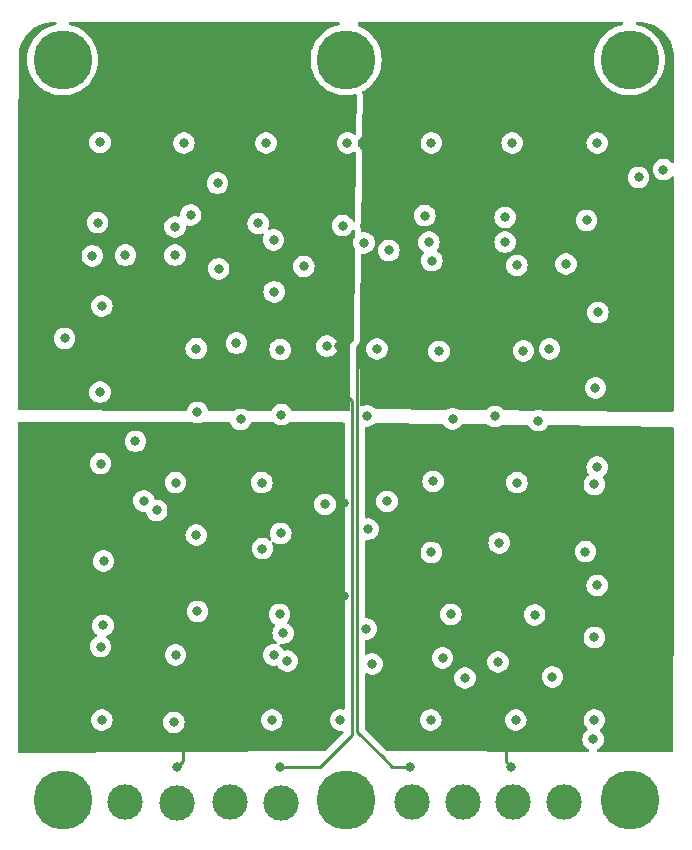
<source format=gbr>
%TF.GenerationSoftware,KiCad,Pcbnew,8.0.5*%
%TF.CreationDate,2024-10-28T15:41:29-10:00*%
%TF.ProjectId,SiPMT.revA,5369504d-542e-4726-9576-412e6b696361,rev?*%
%TF.SameCoordinates,Original*%
%TF.FileFunction,Copper,L3,Inr*%
%TF.FilePolarity,Positive*%
%FSLAX46Y46*%
G04 Gerber Fmt 4.6, Leading zero omitted, Abs format (unit mm)*
G04 Created by KiCad (PCBNEW 8.0.5) date 2024-10-28 15:41:29*
%MOMM*%
%LPD*%
G01*
G04 APERTURE LIST*
%TA.AperFunction,ComponentPad*%
%ADD10C,3.000000*%
%TD*%
%TA.AperFunction,ComponentPad*%
%ADD11C,5.000000*%
%TD*%
%TA.AperFunction,ViaPad*%
%ADD12C,0.800000*%
%TD*%
%TA.AperFunction,Conductor*%
%ADD13C,0.250000*%
%TD*%
G04 APERTURE END LIST*
D10*
%TO.N,GND*%
%TO.C,H10*%
X165350000Y-126630000D03*
%TD*%
%TO.N,GND*%
%TO.C,H9*%
X137037500Y-126655000D03*
%TD*%
D11*
%TO.N,GND*%
%TO.C,H1*%
X122887500Y-63775000D03*
%TD*%
D10*
%TO.N,+BATT 3*%
%TO.C,Q3*%
X132600000Y-126680000D03*
%TD*%
%TO.N,GND*%
%TO.C,H7*%
X156750000Y-126630000D03*
%TD*%
%TO.N,+BATT 4*%
%TO.C,Q4*%
X161000000Y-126655000D03*
%TD*%
D11*
%TO.N,GND*%
%TO.C,H6*%
X170887500Y-126475000D03*
%TD*%
D10*
%TO.N,+BATT 2*%
%TO.C,Q2*%
X141350000Y-126680000D03*
%TD*%
%TO.N,+BATT 1*%
%TO.C,Q1*%
X152500000Y-126655000D03*
%TD*%
D11*
%TO.N,GND*%
%TO.C,H3*%
X170887500Y-63775000D03*
%TD*%
%TO.N,GND*%
%TO.C,H5*%
X146887500Y-126475000D03*
%TD*%
%TO.N,GND*%
%TO.C,H2*%
X146887500Y-63775000D03*
%TD*%
D10*
%TO.N,GND*%
%TO.C,H8*%
X128143148Y-126655000D03*
%TD*%
D11*
%TO.N,GND*%
%TO.C,H4*%
X122887500Y-126475000D03*
%TD*%
D12*
%TO.N,/AE3_CH5*%
X136000000Y-74230000D03*
%TO.N,GND*%
X140800000Y-83430000D03*
%TO.N,+BATT 1*%
X161650000Y-68130000D03*
X154700000Y-68130000D03*
%TO.N,+BATT 2*%
X146350000Y-69530000D03*
X140650000Y-68130000D03*
X126600000Y-68130000D03*
X133600000Y-68080000D03*
X126250000Y-76330000D03*
X132350000Y-73880000D03*
X139300000Y-73880000D03*
X146300000Y-73880000D03*
%TO.N,+BATT 1*%
X153400000Y-73880000D03*
X160300000Y-73880000D03*
%TO.N,GND*%
X156950000Y-116130000D03*
%TO.N,+BATT 1*%
X161600000Y-83280000D03*
X152900000Y-83280000D03*
%TO.N,+BATT 2*%
X146650000Y-83280000D03*
X132373692Y-83278998D03*
X126600000Y-82130000D03*
X125300000Y-87980000D03*
X132300000Y-87980000D03*
X139250000Y-87980000D03*
X146248621Y-87977441D03*
%TO.N,+BATT 1*%
X153350000Y-87980000D03*
X160300000Y-87980000D03*
%TO.N,+BATT 4*%
X161800000Y-96180000D03*
X154800000Y-96180000D03*
%TO.N,+BATT 3*%
X146250000Y-97530000D03*
X140650000Y-96180000D03*
X126587347Y-96192653D03*
X133700000Y-96180000D03*
X124400000Y-101830000D03*
X133052752Y-101303092D03*
X138347230Y-101788168D03*
X146675000Y-101300001D03*
%TO.N,+BATT 4*%
X152450000Y-101830000D03*
X159400000Y-101830000D03*
%TO.N,+BATT 3*%
X125950000Y-109180000D03*
X132750000Y-109180000D03*
X139750000Y-109180000D03*
X146675000Y-109180000D03*
%TO.N,+BATT 4*%
X154100000Y-109180000D03*
X161321403Y-109208597D03*
X160300000Y-115880000D03*
X153350000Y-115880000D03*
%TO.N,+BATT 3*%
X146250000Y-115880000D03*
X139300000Y-115880000D03*
X132250000Y-115880000D03*
%TO.N,/AO0_CH7*%
X167800000Y-121330000D03*
%TO.N,+BATT 4*%
X168900000Y-117230000D03*
X168900000Y-110180000D03*
X168900000Y-103230000D03*
X168900000Y-96230000D03*
%TO.N,+BATT 1*%
X168900000Y-89180000D03*
X168900000Y-82130000D03*
%TO.N,/AE3_CH0*%
X171650000Y-73730000D03*
%TO.N,+BATT 1*%
X168900000Y-75130000D03*
X168900000Y-68180000D03*
%TO.N,GND*%
X153550000Y-76980000D03*
X132400000Y-77930000D03*
X139450000Y-77630000D03*
X146600000Y-77830000D03*
X168150000Y-98280000D03*
X168150000Y-108280000D03*
X167900000Y-119680000D03*
X161250000Y-119680000D03*
X154050000Y-119680000D03*
X146400000Y-119680000D03*
X126200000Y-119680000D03*
X126100000Y-113480000D03*
X126350000Y-106230000D03*
X126050000Y-91930000D03*
X126200000Y-84630000D03*
X125850000Y-77580000D03*
X168150000Y-70830000D03*
X160950000Y-70830000D03*
X154100000Y-70830000D03*
X147000000Y-70830000D03*
X140100000Y-70830000D03*
X133150000Y-70830000D03*
X126050000Y-70780000D03*
X140600000Y-119680000D03*
X164350000Y-116030000D03*
X126100000Y-97980000D03*
X160350000Y-77130000D03*
X167250000Y-77380000D03*
X173750000Y-73080000D03*
X137600000Y-87780000D03*
X168200000Y-85180000D03*
X168000000Y-91580000D03*
%TO.N,+BATT 3*%
X132600000Y-123630000D03*
%TO.N,+BATT 4*%
X160850000Y-123630000D03*
%TO.N,+BATT 1*%
X152300000Y-123630000D03*
%TO.N,+BATT 2*%
X141250000Y-123630000D03*
%TO.N,+BATT 3*%
X125300000Y-115880000D03*
%TO.N,/AE0_CH7*%
X126300000Y-111680000D03*
%TO.N,/AO0_CH0*%
X132450000Y-114180000D03*
%TO.N,/AE0_CH6*%
X134300000Y-110480000D03*
%TO.N,/AO0_CH1*%
X132300000Y-119880000D03*
%TO.N,/AO0_CH2*%
X140750000Y-114180000D03*
%TO.N,/AE0_CH5*%
X141250000Y-110730000D03*
%TO.N,/AO0_CH3*%
X141900000Y-114680000D03*
%TO.N,/AE0_CH4*%
X141550000Y-112330000D03*
%TO.N,/AE0_CH3*%
X148600000Y-111980000D03*
%TO.N,/AO0_CH4*%
X149100000Y-114930000D03*
%TO.N,/AE0_CH2*%
X155750000Y-110730000D03*
%TO.N,/AO0_CH5*%
X155050000Y-114430000D03*
%TO.N,/AO0_CH6*%
X159750000Y-114780000D03*
%TO.N,/AE0_CH1*%
X162850000Y-110780000D03*
%TO.N,/AE0_CH0*%
X167900000Y-112680000D03*
%TO.N,/AE1_CH7*%
X129750000Y-101130000D03*
%TO.N,/AO1_CH0*%
X130850000Y-101930000D03*
%TO.N,/AE1_CH6*%
X132450000Y-99580000D03*
%TO.N,/AO1_CH1*%
X134200000Y-104030000D03*
%TO.N,/AO1_CH2*%
X139800000Y-105180000D03*
%TO.N,/AE1_CH5*%
X139750000Y-99580000D03*
%TO.N,/AO1_CH3*%
X141350000Y-103880000D03*
%TO.N,/AE1_CH4*%
X145100000Y-101430000D03*
%TO.N,/AE1_CH3*%
X150350000Y-101180000D03*
%TO.N,/AO1_CH4*%
X148750000Y-103530000D03*
%TO.N,/AE1_CH2*%
X154250000Y-99480000D03*
%TO.N,/AO1_CH5*%
X154100000Y-105480000D03*
%TO.N,/AO1_CH6*%
X159850000Y-104680000D03*
%TO.N,/AE1_CH1*%
X161350000Y-99580000D03*
%TO.N,/AO1_CH7*%
X167150000Y-105430000D03*
%TO.N,/AE1_CH0*%
X167900000Y-99730000D03*
%TO.N,/AE2_CH7*%
X123050000Y-87380000D03*
%TO.N,/AO2_CH0*%
X129050000Y-96080000D03*
%TO.N,/AE2_CH6*%
X134200000Y-88230000D03*
%TO.N,/AO2_CH1*%
X134300000Y-93630000D03*
%TO.N,/AO2_CH2*%
X137950000Y-94230000D03*
%TO.N,/AE2_CH5*%
X141300000Y-88330000D03*
%TO.N,/AO2_CH3*%
X141400000Y-93830000D03*
%TO.N,/AE2_CH4*%
X145250000Y-88030000D03*
%TO.N,/AE2_CH3*%
X149500000Y-88280000D03*
%TO.N,/AO2_CH4*%
X148650000Y-93930000D03*
%TO.N,/AE2_CH2*%
X154750000Y-88480000D03*
%TO.N,/AO2_CH5*%
X155900000Y-94180000D03*
%TO.N,/AO2_CH6*%
X159500000Y-93980000D03*
%TO.N,/AE2_CH1*%
X161900000Y-88430000D03*
%TO.N,/AO2_CH7*%
X163150000Y-94330000D03*
%TO.N,/AE2_CH0*%
X164100000Y-88280000D03*
%TO.N,/AE3_CH7*%
X128200000Y-80330000D03*
%TO.N,/AO3_CH0*%
X125400000Y-80380000D03*
%TO.N,/AE3_CH6*%
X133725000Y-76930000D03*
%TO.N,/AO3_CH1*%
X132400000Y-80330000D03*
%TO.N,/AO3_CH2*%
X136100000Y-81480000D03*
%TO.N,/AO3_CH3*%
X143300000Y-81280000D03*
%TO.N,/AE3_CH4*%
X140750000Y-79030000D03*
%TO.N,/AE3_CH3*%
X148400000Y-79280000D03*
%TO.N,/AO3_CH4*%
X150500000Y-79930000D03*
%TO.N,/AE3_CH2*%
X153900000Y-79230000D03*
%TO.N,/AO3_CH5*%
X154150000Y-80780000D03*
%TO.N,/AO3_CH6*%
X161350000Y-81180000D03*
%TO.N,/AE3_CH1*%
X160350000Y-79230000D03*
%TO.N,/AO3_CH7*%
X165500000Y-81080000D03*
%TO.N,+BATT 4*%
X160400000Y-121030000D03*
%TO.N,+BATT 3*%
X133050000Y-121480000D03*
%TO.N,+BATT 1*%
X149000000Y-86930000D03*
%TO.N,+BATT 2*%
X146650000Y-91930000D03*
X139700000Y-80880000D03*
%TD*%
D13*
%TO.N,+BATT 3*%
X133050000Y-123180000D02*
X132600000Y-123630000D01*
X133050000Y-121480000D02*
X133050000Y-123180000D01*
%TO.N,+BATT 4*%
X160400000Y-123180000D02*
X160850000Y-123630000D01*
X160400000Y-121030000D02*
X160400000Y-123180000D01*
%TO.N,+BATT 1*%
X151850000Y-123630000D02*
X152300000Y-123630000D01*
X150800000Y-123630000D02*
X151850000Y-123630000D01*
X150000000Y-122830000D02*
X150800000Y-123630000D01*
%TO.N,+BATT 2*%
X146650000Y-91930000D02*
X147400000Y-92680000D01*
X147400000Y-92680000D02*
X147400000Y-120930000D01*
X147400000Y-120930000D02*
X144700000Y-123630000D01*
X144700000Y-123630000D02*
X141250000Y-123630000D01*
%TO.N,+BATT 1*%
X149000000Y-86930000D02*
X147850000Y-88080000D01*
X147850000Y-120680000D02*
X150000000Y-122830000D01*
X147850000Y-88080000D02*
X147850000Y-120680000D01*
%TD*%
%TA.AperFunction,Conductor*%
%TO.N,+BATT 1*%
G36*
X170254946Y-60581642D02*
G01*
X170321985Y-60601329D01*
X170367738Y-60654134D01*
X170377679Y-60723293D01*
X170348652Y-60786848D01*
X170289873Y-60824620D01*
X170283539Y-60826299D01*
X170023198Y-60888001D01*
X170023177Y-60888008D01*
X169693872Y-61007865D01*
X169693866Y-61007868D01*
X169380703Y-61165145D01*
X169087899Y-61357724D01*
X168819451Y-61582980D01*
X168819441Y-61582990D01*
X168578950Y-61837893D01*
X168578945Y-61837899D01*
X168369675Y-62118998D01*
X168194452Y-62422494D01*
X168194446Y-62422507D01*
X168055643Y-62744286D01*
X167955132Y-63080017D01*
X167955130Y-63080024D01*
X167894279Y-63425131D01*
X167894278Y-63425142D01*
X167873901Y-63774996D01*
X167873901Y-63775003D01*
X167894278Y-64124857D01*
X167894279Y-64124868D01*
X167955130Y-64469975D01*
X167955132Y-64469982D01*
X168055643Y-64805713D01*
X168194446Y-65127492D01*
X168194452Y-65127505D01*
X168369675Y-65431001D01*
X168578945Y-65712100D01*
X168578950Y-65712106D01*
X168642717Y-65779694D01*
X168819443Y-65967012D01*
X168819449Y-65967017D01*
X168819451Y-65967019D01*
X169070845Y-66177965D01*
X169087903Y-66192278D01*
X169380700Y-66384853D01*
X169693874Y-66542135D01*
X170023190Y-66661996D01*
X170023196Y-66661997D01*
X170023198Y-66661998D01*
X170364178Y-66742813D01*
X170364185Y-66742814D01*
X170364194Y-66742816D01*
X170712275Y-66783500D01*
X170712282Y-66783500D01*
X171062718Y-66783500D01*
X171062725Y-66783500D01*
X171410806Y-66742816D01*
X171410815Y-66742813D01*
X171410821Y-66742813D01*
X171685871Y-66677623D01*
X171751810Y-66661996D01*
X172081126Y-66542135D01*
X172394300Y-66384853D01*
X172687097Y-66192278D01*
X172955557Y-65967012D01*
X173196051Y-65712104D01*
X173405325Y-65431000D01*
X173580550Y-65127501D01*
X173719357Y-64805712D01*
X173819867Y-64469984D01*
X173840784Y-64351361D01*
X173880720Y-64124868D01*
X173880719Y-64124868D01*
X173880722Y-64124857D01*
X173901099Y-63775000D01*
X173880722Y-63425143D01*
X173880720Y-63425131D01*
X173819869Y-63080024D01*
X173819867Y-63080017D01*
X173819867Y-63080016D01*
X173719357Y-62744288D01*
X173580550Y-62422499D01*
X173405325Y-62119000D01*
X173405324Y-62118998D01*
X173196054Y-61837899D01*
X173196049Y-61837893D01*
X173065235Y-61699240D01*
X172955557Y-61582988D01*
X172955550Y-61582982D01*
X172955548Y-61582980D01*
X172687100Y-61357724D01*
X172636378Y-61324364D01*
X172394300Y-61165147D01*
X172307384Y-61121496D01*
X172081133Y-61007868D01*
X172081127Y-61007865D01*
X171751822Y-60888008D01*
X171751801Y-60888001D01*
X171491642Y-60826342D01*
X171430949Y-60791728D01*
X171398606Y-60729795D01*
X171404879Y-60660208D01*
X171447779Y-60605059D01*
X171513684Y-60581858D01*
X171520236Y-60581685D01*
X171747137Y-60581692D01*
X171752958Y-60581831D01*
X171917247Y-60589654D01*
X171929726Y-60590884D01*
X172259861Y-60640431D01*
X172273880Y-60643372D01*
X172595216Y-60730450D01*
X172608800Y-60734989D01*
X172917947Y-60858570D01*
X172930910Y-60864642D01*
X173195622Y-61007868D01*
X173223726Y-61023074D01*
X173235918Y-61030612D01*
X173508498Y-61221779D01*
X173519731Y-61230668D01*
X173768427Y-61452014D01*
X173778554Y-61462135D01*
X174000044Y-61710702D01*
X174008945Y-61721938D01*
X174200261Y-61994394D01*
X174207807Y-62006581D01*
X174366406Y-62299300D01*
X174372494Y-62312277D01*
X174496248Y-62621335D01*
X174500798Y-62634926D01*
X174588064Y-62956213D01*
X174591016Y-62970241D01*
X174640747Y-63300303D01*
X174641989Y-63312842D01*
X174649855Y-63476984D01*
X174649997Y-63483021D01*
X174642711Y-72390795D01*
X174622972Y-72457819D01*
X174570130Y-72503530D01*
X174500964Y-72513417D01*
X174437432Y-72484340D01*
X174426561Y-72473666D01*
X174361254Y-72401135D01*
X174347023Y-72390795D01*
X174206752Y-72288882D01*
X174032288Y-72211206D01*
X174032286Y-72211205D01*
X173845487Y-72171500D01*
X173654513Y-72171500D01*
X173467714Y-72211205D01*
X173293246Y-72288883D01*
X173138745Y-72401135D01*
X173010959Y-72543057D01*
X172915473Y-72708443D01*
X172915470Y-72708450D01*
X172865837Y-72861206D01*
X172856458Y-72890072D01*
X172836496Y-73080000D01*
X172856458Y-73269928D01*
X172856459Y-73269931D01*
X172915470Y-73451549D01*
X172915473Y-73451556D01*
X173010960Y-73616944D01*
X173138747Y-73758866D01*
X173293248Y-73871118D01*
X173467712Y-73948794D01*
X173654513Y-73988500D01*
X173845487Y-73988500D01*
X174032288Y-73948794D01*
X174206752Y-73871118D01*
X174361253Y-73758866D01*
X174425435Y-73687584D01*
X174484918Y-73650939D01*
X174554775Y-73652268D01*
X174612823Y-73691155D01*
X174640633Y-73755251D01*
X174641582Y-73770660D01*
X174625459Y-93482590D01*
X174605720Y-93549614D01*
X174552878Y-93595325D01*
X174500163Y-93606482D01*
X163526012Y-93491769D01*
X163476874Y-93481056D01*
X163432291Y-93461207D01*
X163432286Y-93461205D01*
X163245487Y-93421500D01*
X163054513Y-93421500D01*
X162867715Y-93461205D01*
X162867707Y-93461207D01*
X162840433Y-93473350D01*
X162788706Y-93484062D01*
X160306518Y-93458116D01*
X160239688Y-93437732D01*
X160215666Y-93417097D01*
X160111253Y-93301134D01*
X159956752Y-93188882D01*
X159782288Y-93111206D01*
X159782286Y-93111205D01*
X159595487Y-93071500D01*
X159404513Y-93071500D01*
X159217714Y-93111205D01*
X159043246Y-93188883D01*
X158888745Y-93301135D01*
X158799397Y-93400365D01*
X158739910Y-93437013D01*
X158705952Y-93441385D01*
X156435353Y-93417651D01*
X156368523Y-93397267D01*
X156363765Y-93393977D01*
X156356754Y-93388883D01*
X156356752Y-93388882D01*
X156182288Y-93311206D01*
X156182286Y-93311205D01*
X155995487Y-93271500D01*
X155804513Y-93271500D01*
X155617714Y-93311205D01*
X155443246Y-93388882D01*
X155441320Y-93389995D01*
X155439928Y-93390360D01*
X155437312Y-93391525D01*
X155437121Y-93391096D01*
X155378027Y-93406599D01*
X149398878Y-93344098D01*
X149332048Y-93323714D01*
X149308024Y-93303078D01*
X149261254Y-93251135D01*
X149239047Y-93235000D01*
X149106752Y-93138882D01*
X148932288Y-93061206D01*
X148932286Y-93061205D01*
X148745487Y-93021500D01*
X148554513Y-93021500D01*
X148367713Y-93061205D01*
X148367710Y-93061206D01*
X148222565Y-93125828D01*
X148153315Y-93135112D01*
X148090039Y-93105483D01*
X148052826Y-93046348D01*
X148048134Y-93013286D01*
X148039690Y-91580000D01*
X167086496Y-91580000D01*
X167106458Y-91769928D01*
X167106459Y-91769931D01*
X167165470Y-91951549D01*
X167165473Y-91951556D01*
X167260960Y-92116944D01*
X167388747Y-92258866D01*
X167543248Y-92371118D01*
X167717712Y-92448794D01*
X167904513Y-92488500D01*
X168095487Y-92488500D01*
X168282288Y-92448794D01*
X168456752Y-92371118D01*
X168611253Y-92258866D01*
X168739040Y-92116944D01*
X168834527Y-91951556D01*
X168893542Y-91769928D01*
X168913504Y-91580000D01*
X168893542Y-91390072D01*
X168834527Y-91208444D01*
X168739040Y-91043056D01*
X168611253Y-90901134D01*
X168456752Y-90788882D01*
X168282288Y-90711206D01*
X168282286Y-90711205D01*
X168095487Y-90671500D01*
X167904513Y-90671500D01*
X167717714Y-90711205D01*
X167543246Y-90788883D01*
X167388745Y-90901135D01*
X167260959Y-91043057D01*
X167165473Y-91208443D01*
X167165470Y-91208450D01*
X167106459Y-91390068D01*
X167106458Y-91390072D01*
X167086496Y-91580000D01*
X148039690Y-91580000D01*
X148020250Y-88280000D01*
X148586496Y-88280000D01*
X148606458Y-88469928D01*
X148606459Y-88469931D01*
X148665470Y-88651549D01*
X148665473Y-88651556D01*
X148760960Y-88816944D01*
X148888747Y-88958866D01*
X149043248Y-89071118D01*
X149217712Y-89148794D01*
X149404513Y-89188500D01*
X149595487Y-89188500D01*
X149782288Y-89148794D01*
X149956752Y-89071118D01*
X150111253Y-88958866D01*
X150239040Y-88816944D01*
X150334527Y-88651556D01*
X150390269Y-88480000D01*
X153836496Y-88480000D01*
X153856458Y-88669928D01*
X153856459Y-88669931D01*
X153915470Y-88851549D01*
X153915473Y-88851556D01*
X154010960Y-89016944D01*
X154138747Y-89158866D01*
X154293248Y-89271118D01*
X154467712Y-89348794D01*
X154654513Y-89388500D01*
X154845487Y-89388500D01*
X155032288Y-89348794D01*
X155206752Y-89271118D01*
X155361253Y-89158866D01*
X155489040Y-89016944D01*
X155584527Y-88851556D01*
X155643542Y-88669928D01*
X155663504Y-88480000D01*
X155658249Y-88430000D01*
X160986496Y-88430000D01*
X161006458Y-88619928D01*
X161006459Y-88619931D01*
X161065470Y-88801549D01*
X161065473Y-88801556D01*
X161160960Y-88966944D01*
X161288747Y-89108866D01*
X161443248Y-89221118D01*
X161617712Y-89298794D01*
X161804513Y-89338500D01*
X161995487Y-89338500D01*
X162182288Y-89298794D01*
X162356752Y-89221118D01*
X162511253Y-89108866D01*
X162639040Y-88966944D01*
X162734527Y-88801556D01*
X162793542Y-88619928D01*
X162813504Y-88430000D01*
X162797739Y-88280000D01*
X163186496Y-88280000D01*
X163206458Y-88469928D01*
X163206459Y-88469931D01*
X163265470Y-88651549D01*
X163265473Y-88651556D01*
X163360960Y-88816944D01*
X163488747Y-88958866D01*
X163643248Y-89071118D01*
X163817712Y-89148794D01*
X164004513Y-89188500D01*
X164195487Y-89188500D01*
X164382288Y-89148794D01*
X164556752Y-89071118D01*
X164711253Y-88958866D01*
X164839040Y-88816944D01*
X164934527Y-88651556D01*
X164993542Y-88469928D01*
X165013504Y-88280000D01*
X164993542Y-88090072D01*
X164934527Y-87908444D01*
X164839040Y-87743056D01*
X164711253Y-87601134D01*
X164556752Y-87488882D01*
X164382288Y-87411206D01*
X164382286Y-87411205D01*
X164195487Y-87371500D01*
X164004513Y-87371500D01*
X163817714Y-87411205D01*
X163643246Y-87488883D01*
X163488745Y-87601135D01*
X163360959Y-87743057D01*
X163265473Y-87908443D01*
X163265470Y-87908450D01*
X163206459Y-88090068D01*
X163206458Y-88090072D01*
X163186496Y-88280000D01*
X162797739Y-88280000D01*
X162793542Y-88240072D01*
X162734527Y-88058444D01*
X162639040Y-87893056D01*
X162511253Y-87751134D01*
X162356752Y-87638882D01*
X162182288Y-87561206D01*
X162182286Y-87561205D01*
X161995487Y-87521500D01*
X161804513Y-87521500D01*
X161617714Y-87561205D01*
X161595494Y-87571098D01*
X161445398Y-87637925D01*
X161443246Y-87638883D01*
X161288745Y-87751135D01*
X161160959Y-87893057D01*
X161065473Y-88058443D01*
X161065470Y-88058450D01*
X161006459Y-88240068D01*
X161006458Y-88240072D01*
X160986496Y-88430000D01*
X155658249Y-88430000D01*
X155643542Y-88290072D01*
X155584527Y-88108444D01*
X155489040Y-87943056D01*
X155361253Y-87801134D01*
X155206752Y-87688882D01*
X155032288Y-87611206D01*
X155032286Y-87611205D01*
X154845487Y-87571500D01*
X154654513Y-87571500D01*
X154467714Y-87611205D01*
X154293246Y-87688883D01*
X154138745Y-87801135D01*
X154010959Y-87943057D01*
X153915473Y-88108443D01*
X153915470Y-88108450D01*
X153856459Y-88290068D01*
X153856458Y-88290072D01*
X153836496Y-88480000D01*
X150390269Y-88480000D01*
X150393542Y-88469928D01*
X150413504Y-88280000D01*
X150393542Y-88090072D01*
X150334527Y-87908444D01*
X150239040Y-87743056D01*
X150111253Y-87601134D01*
X149956752Y-87488882D01*
X149782288Y-87411206D01*
X149782286Y-87411205D01*
X149595487Y-87371500D01*
X149404513Y-87371500D01*
X149217714Y-87411205D01*
X149043246Y-87488883D01*
X148888745Y-87601135D01*
X148760959Y-87743057D01*
X148665473Y-87908443D01*
X148665470Y-87908450D01*
X148606459Y-88090068D01*
X148606458Y-88090072D01*
X148586496Y-88280000D01*
X148020250Y-88280000D01*
X148016843Y-87701654D01*
X148028580Y-87648263D01*
X148033427Y-87637932D01*
X148053797Y-87571098D01*
X148076078Y-87426653D01*
X148099104Y-85180000D01*
X167286496Y-85180000D01*
X167306458Y-85369928D01*
X167306459Y-85369931D01*
X167365470Y-85551549D01*
X167365473Y-85551556D01*
X167460960Y-85716944D01*
X167588747Y-85858866D01*
X167743248Y-85971118D01*
X167917712Y-86048794D01*
X168104513Y-86088500D01*
X168295487Y-86088500D01*
X168482288Y-86048794D01*
X168656752Y-85971118D01*
X168811253Y-85858866D01*
X168939040Y-85716944D01*
X169034527Y-85551556D01*
X169093542Y-85369928D01*
X169113504Y-85180000D01*
X169093542Y-84990072D01*
X169034527Y-84808444D01*
X168939040Y-84643056D01*
X168811253Y-84501134D01*
X168656752Y-84388882D01*
X168482288Y-84311206D01*
X168482286Y-84311205D01*
X168295487Y-84271500D01*
X168104513Y-84271500D01*
X167917714Y-84311205D01*
X167743246Y-84388883D01*
X167588745Y-84501135D01*
X167460959Y-84643057D01*
X167365473Y-84808443D01*
X167365470Y-84808450D01*
X167306459Y-84990068D01*
X167306458Y-84990072D01*
X167286496Y-85180000D01*
X148099104Y-85180000D01*
X148149043Y-80307307D01*
X148169413Y-80240474D01*
X148222683Y-80195263D01*
X148291940Y-80186028D01*
X148298789Y-80187283D01*
X148304513Y-80188500D01*
X148304517Y-80188500D01*
X148495487Y-80188500D01*
X148682288Y-80148794D01*
X148856752Y-80071118D01*
X149011253Y-79958866D01*
X149037244Y-79930000D01*
X149586496Y-79930000D01*
X149606458Y-80119928D01*
X149606459Y-80119931D01*
X149665470Y-80301549D01*
X149665473Y-80301556D01*
X149760960Y-80466944D01*
X149888747Y-80608866D01*
X150043248Y-80721118D01*
X150217712Y-80798794D01*
X150404513Y-80838500D01*
X150595487Y-80838500D01*
X150782288Y-80798794D01*
X150956752Y-80721118D01*
X151111253Y-80608866D01*
X151239040Y-80466944D01*
X151334527Y-80301556D01*
X151393542Y-80119928D01*
X151413504Y-79930000D01*
X151393542Y-79740072D01*
X151334527Y-79558444D01*
X151239040Y-79393056D01*
X151111253Y-79251134D01*
X151082165Y-79230000D01*
X152986496Y-79230000D01*
X153006458Y-79419928D01*
X153006459Y-79419931D01*
X153065470Y-79601549D01*
X153065473Y-79601556D01*
X153160960Y-79766944D01*
X153288747Y-79908866D01*
X153433120Y-80013760D01*
X153475785Y-80069089D01*
X153481764Y-80138702D01*
X153452385Y-80197048D01*
X153410959Y-80243057D01*
X153315473Y-80408443D01*
X153315470Y-80408450D01*
X153256459Y-80590068D01*
X153256458Y-80590072D01*
X153236496Y-80780000D01*
X153256458Y-80969928D01*
X153256459Y-80969931D01*
X153315470Y-81151549D01*
X153315473Y-81151556D01*
X153410960Y-81316944D01*
X153538747Y-81458866D01*
X153693248Y-81571118D01*
X153867712Y-81648794D01*
X154054513Y-81688500D01*
X154245487Y-81688500D01*
X154432288Y-81648794D01*
X154606752Y-81571118D01*
X154761253Y-81458866D01*
X154889040Y-81316944D01*
X154968105Y-81180000D01*
X160436496Y-81180000D01*
X160456458Y-81369928D01*
X160456459Y-81369931D01*
X160515470Y-81551549D01*
X160515473Y-81551556D01*
X160610960Y-81716944D01*
X160707322Y-81823965D01*
X160737728Y-81857735D01*
X160738747Y-81858866D01*
X160893248Y-81971118D01*
X161067712Y-82048794D01*
X161254513Y-82088500D01*
X161445487Y-82088500D01*
X161632288Y-82048794D01*
X161806752Y-81971118D01*
X161961253Y-81858866D01*
X162089040Y-81716944D01*
X162184527Y-81551556D01*
X162243542Y-81369928D01*
X162263504Y-81180000D01*
X162252994Y-81080000D01*
X164586496Y-81080000D01*
X164606458Y-81269928D01*
X164606459Y-81269931D01*
X164665470Y-81451549D01*
X164665473Y-81451556D01*
X164760960Y-81616944D01*
X164888747Y-81758866D01*
X165043248Y-81871118D01*
X165217712Y-81948794D01*
X165404513Y-81988500D01*
X165595487Y-81988500D01*
X165782288Y-81948794D01*
X165956752Y-81871118D01*
X166111253Y-81758866D01*
X166239040Y-81616944D01*
X166334527Y-81451556D01*
X166393542Y-81269928D01*
X166413504Y-81080000D01*
X166393542Y-80890072D01*
X166334527Y-80708444D01*
X166239040Y-80543056D01*
X166111253Y-80401134D01*
X165956752Y-80288882D01*
X165782288Y-80211206D01*
X165782286Y-80211205D01*
X165595487Y-80171500D01*
X165404513Y-80171500D01*
X165217714Y-80211205D01*
X165043246Y-80288883D01*
X164888745Y-80401135D01*
X164760959Y-80543057D01*
X164665473Y-80708443D01*
X164665470Y-80708450D01*
X164608106Y-80885000D01*
X164606458Y-80890072D01*
X164586496Y-81080000D01*
X162252994Y-81080000D01*
X162243542Y-80990072D01*
X162184527Y-80808444D01*
X162089040Y-80643056D01*
X161961253Y-80501134D01*
X161806752Y-80388882D01*
X161632288Y-80311206D01*
X161632286Y-80311205D01*
X161445487Y-80271500D01*
X161254513Y-80271500D01*
X161067714Y-80311205D01*
X161067712Y-80311206D01*
X160913198Y-80380000D01*
X160893246Y-80388883D01*
X160738745Y-80501135D01*
X160610959Y-80643057D01*
X160515473Y-80808443D01*
X160515470Y-80808450D01*
X160463003Y-80969928D01*
X160456458Y-80990072D01*
X160436496Y-81180000D01*
X154968105Y-81180000D01*
X154984527Y-81151556D01*
X155043542Y-80969928D01*
X155063504Y-80780000D01*
X155043542Y-80590072D01*
X154984527Y-80408444D01*
X154889040Y-80243056D01*
X154761253Y-80101134D01*
X154616878Y-79996239D01*
X154574214Y-79940910D01*
X154568235Y-79871296D01*
X154597614Y-79812951D01*
X154639040Y-79766944D01*
X154734527Y-79601556D01*
X154793542Y-79419928D01*
X154813504Y-79230000D01*
X159436496Y-79230000D01*
X159456458Y-79419928D01*
X159456459Y-79419931D01*
X159515470Y-79601549D01*
X159515473Y-79601556D01*
X159610960Y-79766944D01*
X159738747Y-79908866D01*
X159893248Y-80021118D01*
X160067712Y-80098794D01*
X160254513Y-80138500D01*
X160445487Y-80138500D01*
X160632288Y-80098794D01*
X160806752Y-80021118D01*
X160961253Y-79908866D01*
X161089040Y-79766944D01*
X161184527Y-79601556D01*
X161243542Y-79419928D01*
X161263504Y-79230000D01*
X161243542Y-79040072D01*
X161184527Y-78858444D01*
X161089040Y-78693056D01*
X160961253Y-78551134D01*
X160806752Y-78438882D01*
X160632288Y-78361206D01*
X160632286Y-78361205D01*
X160445487Y-78321500D01*
X160254513Y-78321500D01*
X160067714Y-78361205D01*
X159893246Y-78438883D01*
X159738745Y-78551135D01*
X159610959Y-78693057D01*
X159515473Y-78858443D01*
X159515470Y-78858450D01*
X159456459Y-79040068D01*
X159456458Y-79040072D01*
X159436496Y-79230000D01*
X154813504Y-79230000D01*
X154793542Y-79040072D01*
X154734527Y-78858444D01*
X154639040Y-78693056D01*
X154511253Y-78551134D01*
X154356752Y-78438882D01*
X154182288Y-78361206D01*
X154182286Y-78361205D01*
X153995487Y-78321500D01*
X153804513Y-78321500D01*
X153617714Y-78361205D01*
X153443246Y-78438883D01*
X153288745Y-78551135D01*
X153160959Y-78693057D01*
X153065473Y-78858443D01*
X153065470Y-78858450D01*
X153006459Y-79040068D01*
X153006458Y-79040072D01*
X152986496Y-79230000D01*
X151082165Y-79230000D01*
X150956752Y-79138882D01*
X150782288Y-79061206D01*
X150782286Y-79061205D01*
X150595487Y-79021500D01*
X150404513Y-79021500D01*
X150217714Y-79061205D01*
X150043246Y-79138883D01*
X149888745Y-79251135D01*
X149760959Y-79393057D01*
X149665473Y-79558443D01*
X149665470Y-79558450D01*
X149606459Y-79740068D01*
X149606458Y-79740072D01*
X149586496Y-79930000D01*
X149037244Y-79930000D01*
X149139040Y-79816944D01*
X149234527Y-79651556D01*
X149293542Y-79469928D01*
X149313504Y-79280000D01*
X149293542Y-79090072D01*
X149234527Y-78908444D01*
X149139040Y-78743056D01*
X149011253Y-78601134D01*
X148856752Y-78488882D01*
X148682288Y-78411206D01*
X148682286Y-78411205D01*
X148495487Y-78371500D01*
X148304513Y-78371500D01*
X148304510Y-78371500D01*
X148304139Y-78371539D01*
X148303926Y-78371500D01*
X148298014Y-78371500D01*
X148298014Y-78370418D01*
X148235410Y-78358964D01*
X148184390Y-78311228D01*
X148167541Y-78257582D01*
X148163100Y-78198949D01*
X148156287Y-78157121D01*
X148134723Y-78071720D01*
X148089097Y-77983221D01*
X148067750Y-77941813D01*
X148059338Y-77930000D01*
X148050336Y-77917359D01*
X148027484Y-77851335D01*
X148043954Y-77783435D01*
X148058464Y-77763277D01*
X148074095Y-77745608D01*
X148136169Y-77613287D01*
X148156539Y-77546453D01*
X148178820Y-77402007D01*
X148183145Y-76980000D01*
X152636496Y-76980000D01*
X152656458Y-77169928D01*
X152656459Y-77169931D01*
X152715470Y-77351549D01*
X152715473Y-77351556D01*
X152810960Y-77516944D01*
X152938747Y-77658866D01*
X153093248Y-77771118D01*
X153267712Y-77848794D01*
X153454513Y-77888500D01*
X153645487Y-77888500D01*
X153832288Y-77848794D01*
X154006752Y-77771118D01*
X154161253Y-77658866D01*
X154289040Y-77516944D01*
X154384527Y-77351556D01*
X154443542Y-77169928D01*
X154447739Y-77130000D01*
X159436496Y-77130000D01*
X159456458Y-77319928D01*
X159456459Y-77319931D01*
X159515470Y-77501549D01*
X159515473Y-77501556D01*
X159610960Y-77666944D01*
X159738747Y-77808866D01*
X159893248Y-77921118D01*
X160067712Y-77998794D01*
X160254513Y-78038500D01*
X160445487Y-78038500D01*
X160632288Y-77998794D01*
X160806752Y-77921118D01*
X160961253Y-77808866D01*
X161089040Y-77666944D01*
X161184527Y-77501556D01*
X161224023Y-77380000D01*
X166336496Y-77380000D01*
X166356458Y-77569928D01*
X166356459Y-77569931D01*
X166415470Y-77751549D01*
X166415473Y-77751556D01*
X166510960Y-77916944D01*
X166638747Y-78058866D01*
X166793248Y-78171118D01*
X166967712Y-78248794D01*
X167154513Y-78288500D01*
X167345487Y-78288500D01*
X167532288Y-78248794D01*
X167706752Y-78171118D01*
X167861253Y-78058866D01*
X167989040Y-77916944D01*
X168084527Y-77751556D01*
X168143542Y-77569928D01*
X168163504Y-77380000D01*
X168143542Y-77190072D01*
X168084527Y-77008444D01*
X167989040Y-76843056D01*
X167861253Y-76701134D01*
X167706752Y-76588882D01*
X167532288Y-76511206D01*
X167532286Y-76511205D01*
X167345487Y-76471500D01*
X167154513Y-76471500D01*
X166967714Y-76511205D01*
X166793246Y-76588883D01*
X166638745Y-76701135D01*
X166510959Y-76843057D01*
X166415473Y-77008443D01*
X166415470Y-77008450D01*
X166363003Y-77169928D01*
X166356458Y-77190072D01*
X166336496Y-77380000D01*
X161224023Y-77380000D01*
X161243542Y-77319928D01*
X161263504Y-77130000D01*
X161243542Y-76940072D01*
X161184527Y-76758444D01*
X161089040Y-76593056D01*
X160961253Y-76451134D01*
X160806752Y-76338882D01*
X160632288Y-76261206D01*
X160632286Y-76261205D01*
X160445487Y-76221500D01*
X160254513Y-76221500D01*
X160067714Y-76261205D01*
X159893246Y-76338883D01*
X159738745Y-76451135D01*
X159610959Y-76593057D01*
X159515473Y-76758443D01*
X159515470Y-76758450D01*
X159456459Y-76940068D01*
X159456458Y-76940072D01*
X159436496Y-77130000D01*
X154447739Y-77130000D01*
X154463504Y-76980000D01*
X154443542Y-76790072D01*
X154384527Y-76608444D01*
X154289040Y-76443056D01*
X154161253Y-76301134D01*
X154006752Y-76188882D01*
X153832288Y-76111206D01*
X153832286Y-76111205D01*
X153645487Y-76071500D01*
X153454513Y-76071500D01*
X153267714Y-76111205D01*
X153093246Y-76188883D01*
X152938745Y-76301135D01*
X152810959Y-76443057D01*
X152715473Y-76608443D01*
X152715470Y-76608450D01*
X152663481Y-76768457D01*
X152656458Y-76790072D01*
X152636496Y-76980000D01*
X148183145Y-76980000D01*
X148207458Y-74607735D01*
X148216454Y-73730000D01*
X170736496Y-73730000D01*
X170756458Y-73919928D01*
X170756459Y-73919931D01*
X170815470Y-74101549D01*
X170815473Y-74101556D01*
X170910960Y-74266944D01*
X171038747Y-74408866D01*
X171193248Y-74521118D01*
X171367712Y-74598794D01*
X171554513Y-74638500D01*
X171745487Y-74638500D01*
X171932288Y-74598794D01*
X172106752Y-74521118D01*
X172261253Y-74408866D01*
X172389040Y-74266944D01*
X172484527Y-74101556D01*
X172543542Y-73919928D01*
X172563504Y-73730000D01*
X172543542Y-73540072D01*
X172484527Y-73358444D01*
X172389040Y-73193056D01*
X172261253Y-73051134D01*
X172106752Y-72938882D01*
X171932288Y-72861206D01*
X171932286Y-72861205D01*
X171745487Y-72821500D01*
X171554513Y-72821500D01*
X171367714Y-72861205D01*
X171193246Y-72938883D01*
X171038745Y-73051135D01*
X170910959Y-73193057D01*
X170815473Y-73358443D01*
X170815470Y-73358450D01*
X170756459Y-73540068D01*
X170756458Y-73540072D01*
X170736496Y-73730000D01*
X148216454Y-73730000D01*
X148237496Y-71676841D01*
X148237495Y-71676837D01*
X148237496Y-71676824D01*
X148223093Y-71550685D01*
X148208769Y-71491545D01*
X148163851Y-71372779D01*
X148163850Y-71372777D01*
X148163849Y-71372775D01*
X148118555Y-71310437D01*
X148077939Y-71254537D01*
X148029243Y-71204432D01*
X147967079Y-71156498D01*
X147926010Y-71099973D01*
X147918801Y-71059038D01*
X147917452Y-70830000D01*
X153186496Y-70830000D01*
X153206458Y-71019928D01*
X153206459Y-71019931D01*
X153265470Y-71201549D01*
X153265473Y-71201556D01*
X153360960Y-71366944D01*
X153488747Y-71508866D01*
X153643248Y-71621118D01*
X153817712Y-71698794D01*
X154004513Y-71738500D01*
X154195487Y-71738500D01*
X154382288Y-71698794D01*
X154556752Y-71621118D01*
X154711253Y-71508866D01*
X154839040Y-71366944D01*
X154934527Y-71201556D01*
X154993542Y-71019928D01*
X155013504Y-70830000D01*
X160036496Y-70830000D01*
X160056458Y-71019928D01*
X160056459Y-71019931D01*
X160115470Y-71201549D01*
X160115473Y-71201556D01*
X160210960Y-71366944D01*
X160338747Y-71508866D01*
X160493248Y-71621118D01*
X160667712Y-71698794D01*
X160854513Y-71738500D01*
X161045487Y-71738500D01*
X161232288Y-71698794D01*
X161406752Y-71621118D01*
X161561253Y-71508866D01*
X161689040Y-71366944D01*
X161784527Y-71201556D01*
X161843542Y-71019928D01*
X161863504Y-70830000D01*
X167236496Y-70830000D01*
X167256458Y-71019928D01*
X167256459Y-71019931D01*
X167315470Y-71201549D01*
X167315473Y-71201556D01*
X167410960Y-71366944D01*
X167538747Y-71508866D01*
X167693248Y-71621118D01*
X167867712Y-71698794D01*
X168054513Y-71738500D01*
X168245487Y-71738500D01*
X168432288Y-71698794D01*
X168606752Y-71621118D01*
X168761253Y-71508866D01*
X168889040Y-71366944D01*
X168984527Y-71201556D01*
X169043542Y-71019928D01*
X169063504Y-70830000D01*
X169043542Y-70640072D01*
X168984527Y-70458444D01*
X168889040Y-70293056D01*
X168761253Y-70151134D01*
X168606752Y-70038882D01*
X168432288Y-69961206D01*
X168432286Y-69961205D01*
X168245487Y-69921500D01*
X168054513Y-69921500D01*
X167867714Y-69961205D01*
X167693246Y-70038883D01*
X167538745Y-70151135D01*
X167410959Y-70293057D01*
X167315473Y-70458443D01*
X167315470Y-70458450D01*
X167260164Y-70628666D01*
X167256458Y-70640072D01*
X167236496Y-70830000D01*
X161863504Y-70830000D01*
X161843542Y-70640072D01*
X161784527Y-70458444D01*
X161689040Y-70293056D01*
X161561253Y-70151134D01*
X161406752Y-70038882D01*
X161232288Y-69961206D01*
X161232286Y-69961205D01*
X161045487Y-69921500D01*
X160854513Y-69921500D01*
X160667714Y-69961205D01*
X160493246Y-70038883D01*
X160338745Y-70151135D01*
X160210959Y-70293057D01*
X160115473Y-70458443D01*
X160115470Y-70458450D01*
X160060164Y-70628666D01*
X160056458Y-70640072D01*
X160036496Y-70830000D01*
X155013504Y-70830000D01*
X154993542Y-70640072D01*
X154934527Y-70458444D01*
X154839040Y-70293056D01*
X154711253Y-70151134D01*
X154556752Y-70038882D01*
X154382288Y-69961206D01*
X154382286Y-69961205D01*
X154195487Y-69921500D01*
X154004513Y-69921500D01*
X153817714Y-69961205D01*
X153643246Y-70038883D01*
X153488745Y-70151135D01*
X153360959Y-70293057D01*
X153265473Y-70458443D01*
X153265470Y-70458450D01*
X153210164Y-70628666D01*
X153206458Y-70640072D01*
X153186496Y-70830000D01*
X147917452Y-70830000D01*
X147916266Y-70628666D01*
X147935554Y-70561516D01*
X147974295Y-70522944D01*
X147999755Y-70506949D01*
X148050183Y-70464149D01*
X148051871Y-70462802D01*
X148053016Y-70461745D01*
X148053025Y-70461738D01*
X148053029Y-70461735D01*
X148149868Y-70352263D01*
X148211942Y-70219942D01*
X148232312Y-70153108D01*
X148254593Y-70008663D01*
X148287272Y-66820140D01*
X148287272Y-66820138D01*
X148286893Y-66794478D01*
X148286892Y-66794446D01*
X148286398Y-66782040D01*
X148284730Y-66756360D01*
X148251023Y-66614143D01*
X148240810Y-66588238D01*
X148234536Y-66518653D01*
X148266879Y-66456719D01*
X148300517Y-66431952D01*
X148394300Y-66384853D01*
X148687097Y-66192278D01*
X148704155Y-66177965D01*
X148792433Y-66103889D01*
X148955557Y-65967012D01*
X149196051Y-65712104D01*
X149405325Y-65431000D01*
X149580550Y-65127501D01*
X149719357Y-64805712D01*
X149819867Y-64469984D01*
X149840784Y-64351361D01*
X149880720Y-64124868D01*
X149880719Y-64124868D01*
X149880722Y-64124857D01*
X149901099Y-63775000D01*
X149880722Y-63425143D01*
X149880720Y-63425131D01*
X149819869Y-63080024D01*
X149819867Y-63080017D01*
X149819867Y-63080016D01*
X149719357Y-62744288D01*
X149580550Y-62422499D01*
X149405325Y-62119000D01*
X149405324Y-62118998D01*
X149196054Y-61837899D01*
X149196049Y-61837893D01*
X149065235Y-61699240D01*
X148955557Y-61582988D01*
X148955550Y-61582982D01*
X148955548Y-61582980D01*
X148687100Y-61357724D01*
X148636378Y-61324364D01*
X148394300Y-61165147D01*
X148307384Y-61121496D01*
X148081133Y-61007868D01*
X148081127Y-61007865D01*
X147940192Y-60956569D01*
X147883928Y-60915143D01*
X147858992Y-60849874D01*
X147858605Y-60840807D01*
X147857808Y-60705610D01*
X147877098Y-60638459D01*
X147929631Y-60592394D01*
X147981808Y-60580883D01*
X170254946Y-60581642D01*
G37*
%TD.AperFunction*%
%TD*%
%TA.AperFunction,Conductor*%
%TO.N,+BATT 4*%
G36*
X155017808Y-94589633D02*
G01*
X155084528Y-94610370D01*
X155123243Y-94651617D01*
X155139163Y-94679191D01*
X155160960Y-94716944D01*
X155288747Y-94858866D01*
X155443248Y-94971118D01*
X155617712Y-95048794D01*
X155804513Y-95088500D01*
X155995487Y-95088500D01*
X156182288Y-95048794D01*
X156356752Y-94971118D01*
X156511253Y-94858866D01*
X156639040Y-94716944D01*
X156660837Y-94679189D01*
X156711402Y-94630975D01*
X156770168Y-94617205D01*
X158837825Y-94649738D01*
X158904545Y-94670475D01*
X158908738Y-94673391D01*
X159043248Y-94771118D01*
X159217712Y-94848794D01*
X159404513Y-94888500D01*
X159595487Y-94888500D01*
X159782288Y-94848794D01*
X159956752Y-94771118D01*
X160063089Y-94693859D01*
X160128890Y-94670380D01*
X160137880Y-94670193D01*
X162246876Y-94703377D01*
X162313596Y-94724114D01*
X162352311Y-94765362D01*
X162410959Y-94866942D01*
X162410958Y-94866942D01*
X162504759Y-94971118D01*
X162538747Y-95008866D01*
X162693248Y-95121118D01*
X162867712Y-95198794D01*
X163054513Y-95238500D01*
X163245487Y-95238500D01*
X163432288Y-95198794D01*
X163606752Y-95121118D01*
X163761253Y-95008866D01*
X163889040Y-94866944D01*
X163931394Y-94793583D01*
X163981956Y-94745371D01*
X164040723Y-94731602D01*
X174502153Y-94896205D01*
X174568874Y-94916942D01*
X174613793Y-94970459D01*
X174624201Y-95020286D01*
X174614903Y-106388500D01*
X174601889Y-122299029D01*
X174582150Y-122366053D01*
X174529308Y-122411764D01*
X174477455Y-122422927D01*
X168211025Y-122401016D01*
X168144055Y-122381097D01*
X168098485Y-122328134D01*
X168088784Y-122258941D01*
X168118031Y-122195487D01*
X168161020Y-122163740D01*
X168256752Y-122121118D01*
X168411253Y-122008866D01*
X168539040Y-121866944D01*
X168634527Y-121701556D01*
X168693542Y-121519928D01*
X168713504Y-121330000D01*
X168693542Y-121140072D01*
X168634527Y-120958444D01*
X168539040Y-120793056D01*
X168411253Y-120651134D01*
X168398191Y-120641644D01*
X168355527Y-120586314D01*
X168349548Y-120516701D01*
X168382154Y-120454906D01*
X168398193Y-120441009D01*
X168464833Y-120392592D01*
X168511253Y-120358866D01*
X168639040Y-120216944D01*
X168734527Y-120051556D01*
X168793542Y-119869928D01*
X168813504Y-119680000D01*
X168793542Y-119490072D01*
X168734527Y-119308444D01*
X168639040Y-119143056D01*
X168511253Y-119001134D01*
X168356752Y-118888882D01*
X168182288Y-118811206D01*
X168182286Y-118811205D01*
X167995487Y-118771500D01*
X167804513Y-118771500D01*
X167617714Y-118811205D01*
X167443246Y-118888883D01*
X167288745Y-119001135D01*
X167160959Y-119143057D01*
X167065473Y-119308443D01*
X167065470Y-119308450D01*
X167006459Y-119490068D01*
X167006458Y-119490072D01*
X166986496Y-119680000D01*
X167006458Y-119869928D01*
X167006459Y-119869931D01*
X167065470Y-120051549D01*
X167065473Y-120051556D01*
X167160960Y-120216944D01*
X167288747Y-120358866D01*
X167298888Y-120366234D01*
X167301806Y-120368354D01*
X167344472Y-120423684D01*
X167350451Y-120493297D01*
X167317846Y-120555092D01*
X167301807Y-120568989D01*
X167188750Y-120651131D01*
X167188746Y-120651134D01*
X167060959Y-120793057D01*
X166965473Y-120958443D01*
X166965470Y-120958450D01*
X166906459Y-121140068D01*
X166906458Y-121140072D01*
X166886496Y-121330000D01*
X166906458Y-121519928D01*
X166906459Y-121519931D01*
X166965470Y-121701549D01*
X166965473Y-121701556D01*
X167060960Y-121866944D01*
X167188747Y-122008866D01*
X167343248Y-122121118D01*
X167432463Y-122160839D01*
X167485698Y-122206087D01*
X167506020Y-122272936D01*
X167486975Y-122340160D01*
X167434609Y-122386416D01*
X167381592Y-122398116D01*
X150455768Y-122338935D01*
X150388798Y-122319016D01*
X150368521Y-122302617D01*
X148519819Y-120453915D01*
X148486334Y-120392592D01*
X148483500Y-120366234D01*
X148483500Y-119680000D01*
X153136496Y-119680000D01*
X153156458Y-119869928D01*
X153156459Y-119869931D01*
X153215470Y-120051549D01*
X153215473Y-120051556D01*
X153310960Y-120216944D01*
X153438747Y-120358866D01*
X153593248Y-120471118D01*
X153767712Y-120548794D01*
X153954513Y-120588500D01*
X154145487Y-120588500D01*
X154332288Y-120548794D01*
X154506752Y-120471118D01*
X154661253Y-120358866D01*
X154789040Y-120216944D01*
X154884527Y-120051556D01*
X154943542Y-119869928D01*
X154963504Y-119680000D01*
X160336496Y-119680000D01*
X160356458Y-119869928D01*
X160356459Y-119869931D01*
X160415470Y-120051549D01*
X160415473Y-120051556D01*
X160510960Y-120216944D01*
X160638747Y-120358866D01*
X160793248Y-120471118D01*
X160967712Y-120548794D01*
X161154513Y-120588500D01*
X161345487Y-120588500D01*
X161532288Y-120548794D01*
X161706752Y-120471118D01*
X161861253Y-120358866D01*
X161989040Y-120216944D01*
X162084527Y-120051556D01*
X162143542Y-119869928D01*
X162163504Y-119680000D01*
X162143542Y-119490072D01*
X162084527Y-119308444D01*
X161989040Y-119143056D01*
X161861253Y-119001134D01*
X161706752Y-118888882D01*
X161532288Y-118811206D01*
X161532286Y-118811205D01*
X161345487Y-118771500D01*
X161154513Y-118771500D01*
X160967714Y-118811205D01*
X160793246Y-118888883D01*
X160638745Y-119001135D01*
X160510959Y-119143057D01*
X160415473Y-119308443D01*
X160415470Y-119308450D01*
X160356459Y-119490068D01*
X160356458Y-119490072D01*
X160336496Y-119680000D01*
X154963504Y-119680000D01*
X154943542Y-119490072D01*
X154884527Y-119308444D01*
X154789040Y-119143056D01*
X154661253Y-119001134D01*
X154506752Y-118888882D01*
X154332288Y-118811206D01*
X154332286Y-118811205D01*
X154145487Y-118771500D01*
X153954513Y-118771500D01*
X153767714Y-118811205D01*
X153593246Y-118888883D01*
X153438745Y-119001135D01*
X153310959Y-119143057D01*
X153215473Y-119308443D01*
X153215470Y-119308450D01*
X153156459Y-119490068D01*
X153156458Y-119490072D01*
X153136496Y-119680000D01*
X148483500Y-119680000D01*
X148483500Y-116130000D01*
X156036496Y-116130000D01*
X156056458Y-116319928D01*
X156056459Y-116319931D01*
X156115470Y-116501549D01*
X156115473Y-116501556D01*
X156210960Y-116666944D01*
X156338747Y-116808866D01*
X156493248Y-116921118D01*
X156667712Y-116998794D01*
X156854513Y-117038500D01*
X157045487Y-117038500D01*
X157232288Y-116998794D01*
X157406752Y-116921118D01*
X157561253Y-116808866D01*
X157689040Y-116666944D01*
X157784527Y-116501556D01*
X157843542Y-116319928D01*
X157863504Y-116130000D01*
X157852994Y-116030000D01*
X163436496Y-116030000D01*
X163456458Y-116219928D01*
X163456459Y-116219931D01*
X163515470Y-116401549D01*
X163515473Y-116401556D01*
X163610960Y-116566944D01*
X163738747Y-116708866D01*
X163893248Y-116821118D01*
X164067712Y-116898794D01*
X164254513Y-116938500D01*
X164445487Y-116938500D01*
X164632288Y-116898794D01*
X164806752Y-116821118D01*
X164961253Y-116708866D01*
X165089040Y-116566944D01*
X165184527Y-116401556D01*
X165243542Y-116219928D01*
X165263504Y-116030000D01*
X165243542Y-115840072D01*
X165184527Y-115658444D01*
X165089040Y-115493056D01*
X164961253Y-115351134D01*
X164806752Y-115238882D01*
X164632288Y-115161206D01*
X164632286Y-115161205D01*
X164445487Y-115121500D01*
X164254513Y-115121500D01*
X164067714Y-115161205D01*
X163893246Y-115238883D01*
X163738745Y-115351135D01*
X163610959Y-115493057D01*
X163515473Y-115658443D01*
X163515470Y-115658450D01*
X163456459Y-115840068D01*
X163456458Y-115840072D01*
X163436496Y-116030000D01*
X157852994Y-116030000D01*
X157843542Y-115940072D01*
X157784527Y-115758444D01*
X157689040Y-115593056D01*
X157561253Y-115451134D01*
X157406752Y-115338882D01*
X157232288Y-115261206D01*
X157232286Y-115261205D01*
X157045487Y-115221500D01*
X156854513Y-115221500D01*
X156667714Y-115261205D01*
X156493246Y-115338883D01*
X156338745Y-115451135D01*
X156210959Y-115593057D01*
X156115473Y-115758443D01*
X156115470Y-115758450D01*
X156056459Y-115940068D01*
X156056458Y-115940072D01*
X156036496Y-116130000D01*
X148483500Y-116130000D01*
X148483500Y-115840936D01*
X148503185Y-115773897D01*
X148555989Y-115728142D01*
X148625147Y-115718198D01*
X148657926Y-115727653D01*
X148817712Y-115798794D01*
X148817715Y-115798794D01*
X148817716Y-115798795D01*
X149004513Y-115838500D01*
X149195487Y-115838500D01*
X149382288Y-115798794D01*
X149556752Y-115721118D01*
X149711253Y-115608866D01*
X149839040Y-115466944D01*
X149934527Y-115301556D01*
X149993542Y-115119928D01*
X150013504Y-114930000D01*
X149993542Y-114740072D01*
X149934527Y-114558444D01*
X149860370Y-114430000D01*
X154136496Y-114430000D01*
X154156458Y-114619928D01*
X154156459Y-114619931D01*
X154215470Y-114801549D01*
X154215473Y-114801556D01*
X154310960Y-114966944D01*
X154438747Y-115108866D01*
X154593248Y-115221118D01*
X154767712Y-115298794D01*
X154954513Y-115338500D01*
X155145487Y-115338500D01*
X155332288Y-115298794D01*
X155506752Y-115221118D01*
X155661253Y-115108866D01*
X155789040Y-114966944D01*
X155884527Y-114801556D01*
X155891531Y-114780000D01*
X158836496Y-114780000D01*
X158856458Y-114969928D01*
X158856459Y-114969931D01*
X158915470Y-115151549D01*
X158915473Y-115151556D01*
X159010960Y-115316944D01*
X159138747Y-115458866D01*
X159293248Y-115571118D01*
X159467712Y-115648794D01*
X159654513Y-115688500D01*
X159845487Y-115688500D01*
X160032288Y-115648794D01*
X160206752Y-115571118D01*
X160361253Y-115458866D01*
X160489040Y-115316944D01*
X160584527Y-115151556D01*
X160643542Y-114969928D01*
X160663504Y-114780000D01*
X160643542Y-114590072D01*
X160584527Y-114408444D01*
X160489040Y-114243056D01*
X160361253Y-114101134D01*
X160206752Y-113988882D01*
X160032288Y-113911206D01*
X160032286Y-113911205D01*
X159845487Y-113871500D01*
X159654513Y-113871500D01*
X159467714Y-113911205D01*
X159293246Y-113988883D01*
X159138745Y-114101135D01*
X159010959Y-114243057D01*
X158915473Y-114408443D01*
X158915470Y-114408450D01*
X158856459Y-114590068D01*
X158856458Y-114590072D01*
X158836496Y-114780000D01*
X155891531Y-114780000D01*
X155943542Y-114619928D01*
X155963504Y-114430000D01*
X155943542Y-114240072D01*
X155884527Y-114058444D01*
X155789040Y-113893056D01*
X155661253Y-113751134D01*
X155506752Y-113638882D01*
X155332288Y-113561206D01*
X155332286Y-113561205D01*
X155145487Y-113521500D01*
X154954513Y-113521500D01*
X154767714Y-113561205D01*
X154593246Y-113638883D01*
X154438745Y-113751135D01*
X154310959Y-113893057D01*
X154215473Y-114058443D01*
X154215470Y-114058450D01*
X154156459Y-114240068D01*
X154156458Y-114240072D01*
X154136496Y-114430000D01*
X149860370Y-114430000D01*
X149839040Y-114393056D01*
X149711253Y-114251134D01*
X149556752Y-114138882D01*
X149382288Y-114061206D01*
X149382286Y-114061205D01*
X149195487Y-114021500D01*
X149004513Y-114021500D01*
X148817714Y-114061205D01*
X148657935Y-114132343D01*
X148588685Y-114141627D01*
X148525409Y-114111998D01*
X148488196Y-114052863D01*
X148483500Y-114019063D01*
X148483500Y-113012500D01*
X148503185Y-112945461D01*
X148555989Y-112899706D01*
X148607500Y-112888500D01*
X148695487Y-112888500D01*
X148882288Y-112848794D01*
X149056752Y-112771118D01*
X149182165Y-112680000D01*
X166986496Y-112680000D01*
X167006458Y-112869928D01*
X167006459Y-112869931D01*
X167065470Y-113051549D01*
X167065473Y-113051556D01*
X167160960Y-113216944D01*
X167288747Y-113358866D01*
X167443248Y-113471118D01*
X167617712Y-113548794D01*
X167804513Y-113588500D01*
X167995487Y-113588500D01*
X168182288Y-113548794D01*
X168356752Y-113471118D01*
X168511253Y-113358866D01*
X168639040Y-113216944D01*
X168734527Y-113051556D01*
X168793542Y-112869928D01*
X168813504Y-112680000D01*
X168793542Y-112490072D01*
X168734527Y-112308444D01*
X168639040Y-112143056D01*
X168511253Y-112001134D01*
X168356752Y-111888882D01*
X168182288Y-111811206D01*
X168182286Y-111811205D01*
X167995487Y-111771500D01*
X167804513Y-111771500D01*
X167617714Y-111811205D01*
X167443246Y-111888883D01*
X167288745Y-112001135D01*
X167160959Y-112143057D01*
X167065473Y-112308443D01*
X167065470Y-112308450D01*
X167006459Y-112490068D01*
X167006458Y-112490072D01*
X166986496Y-112680000D01*
X149182165Y-112680000D01*
X149211253Y-112658866D01*
X149339040Y-112516944D01*
X149434527Y-112351556D01*
X149493542Y-112169928D01*
X149513504Y-111980000D01*
X149493542Y-111790072D01*
X149434527Y-111608444D01*
X149339040Y-111443056D01*
X149211253Y-111301134D01*
X149056752Y-111188882D01*
X148882288Y-111111206D01*
X148882286Y-111111205D01*
X148695487Y-111071500D01*
X148607500Y-111071500D01*
X148540461Y-111051815D01*
X148494706Y-110999011D01*
X148483500Y-110947500D01*
X148483500Y-110730000D01*
X154836496Y-110730000D01*
X154856458Y-110919928D01*
X154856459Y-110919931D01*
X154915470Y-111101549D01*
X154915473Y-111101556D01*
X155010960Y-111266944D01*
X155138747Y-111408866D01*
X155293248Y-111521118D01*
X155467712Y-111598794D01*
X155654513Y-111638500D01*
X155845487Y-111638500D01*
X156032288Y-111598794D01*
X156206752Y-111521118D01*
X156361253Y-111408866D01*
X156489040Y-111266944D01*
X156584527Y-111101556D01*
X156643542Y-110919928D01*
X156658249Y-110780000D01*
X161936496Y-110780000D01*
X161956458Y-110969928D01*
X161956459Y-110969931D01*
X162015470Y-111151549D01*
X162015473Y-111151556D01*
X162110960Y-111316944D01*
X162193725Y-111408864D01*
X162224512Y-111443057D01*
X162238747Y-111458866D01*
X162393248Y-111571118D01*
X162567712Y-111648794D01*
X162754513Y-111688500D01*
X162945487Y-111688500D01*
X163132288Y-111648794D01*
X163306752Y-111571118D01*
X163461253Y-111458866D01*
X163589040Y-111316944D01*
X163684527Y-111151556D01*
X163743542Y-110969928D01*
X163763504Y-110780000D01*
X163743542Y-110590072D01*
X163684527Y-110408444D01*
X163589040Y-110243056D01*
X163461253Y-110101134D01*
X163306752Y-109988882D01*
X163132288Y-109911206D01*
X163132286Y-109911205D01*
X162945487Y-109871500D01*
X162754513Y-109871500D01*
X162567714Y-109911205D01*
X162393246Y-109988883D01*
X162238745Y-110101135D01*
X162110959Y-110243057D01*
X162015473Y-110408443D01*
X162015470Y-110408450D01*
X161972705Y-110540068D01*
X161956458Y-110590072D01*
X161936496Y-110780000D01*
X156658249Y-110780000D01*
X156663504Y-110730000D01*
X156643542Y-110540072D01*
X156584527Y-110358444D01*
X156489040Y-110193056D01*
X156361253Y-110051134D01*
X156206752Y-109938882D01*
X156032288Y-109861206D01*
X156032286Y-109861205D01*
X155845487Y-109821500D01*
X155654513Y-109821500D01*
X155467714Y-109861205D01*
X155293246Y-109938883D01*
X155138745Y-110051135D01*
X155010959Y-110193057D01*
X154915473Y-110358443D01*
X154915470Y-110358450D01*
X154856459Y-110540068D01*
X154856458Y-110540072D01*
X154836496Y-110730000D01*
X148483500Y-110730000D01*
X148483500Y-108280000D01*
X167236496Y-108280000D01*
X167256458Y-108469928D01*
X167256459Y-108469931D01*
X167315470Y-108651549D01*
X167315473Y-108651556D01*
X167410960Y-108816944D01*
X167538747Y-108958866D01*
X167693248Y-109071118D01*
X167867712Y-109148794D01*
X168054513Y-109188500D01*
X168245487Y-109188500D01*
X168432288Y-109148794D01*
X168606752Y-109071118D01*
X168761253Y-108958866D01*
X168889040Y-108816944D01*
X168984527Y-108651556D01*
X169043542Y-108469928D01*
X169063504Y-108280000D01*
X169043542Y-108090072D01*
X168984527Y-107908444D01*
X168889040Y-107743056D01*
X168761253Y-107601134D01*
X168606752Y-107488882D01*
X168432288Y-107411206D01*
X168432286Y-107411205D01*
X168245487Y-107371500D01*
X168054513Y-107371500D01*
X167867714Y-107411205D01*
X167693246Y-107488883D01*
X167538745Y-107601135D01*
X167410959Y-107743057D01*
X167315473Y-107908443D01*
X167315470Y-107908450D01*
X167256459Y-108090068D01*
X167256458Y-108090072D01*
X167236496Y-108280000D01*
X148483500Y-108280000D01*
X148483500Y-105480000D01*
X153186496Y-105480000D01*
X153206458Y-105669928D01*
X153206459Y-105669931D01*
X153265470Y-105851549D01*
X153265473Y-105851556D01*
X153360960Y-106016944D01*
X153488747Y-106158866D01*
X153643248Y-106271118D01*
X153817712Y-106348794D01*
X154004513Y-106388500D01*
X154195487Y-106388500D01*
X154382288Y-106348794D01*
X154556752Y-106271118D01*
X154711253Y-106158866D01*
X154839040Y-106016944D01*
X154934527Y-105851556D01*
X154993542Y-105669928D01*
X155013504Y-105480000D01*
X154993542Y-105290072D01*
X154934527Y-105108444D01*
X154839040Y-104943056D01*
X154711253Y-104801134D01*
X154556752Y-104688882D01*
X154536803Y-104680000D01*
X158936496Y-104680000D01*
X158956458Y-104869928D01*
X158956459Y-104869931D01*
X159015470Y-105051549D01*
X159015473Y-105051556D01*
X159110960Y-105216944D01*
X159238747Y-105358866D01*
X159393248Y-105471118D01*
X159567712Y-105548794D01*
X159754513Y-105588500D01*
X159945487Y-105588500D01*
X160132288Y-105548794D01*
X160306752Y-105471118D01*
X160363346Y-105430000D01*
X166236496Y-105430000D01*
X166256458Y-105619928D01*
X166256459Y-105619931D01*
X166315470Y-105801549D01*
X166315473Y-105801556D01*
X166410960Y-105966944D01*
X166538747Y-106108866D01*
X166693248Y-106221118D01*
X166867712Y-106298794D01*
X167054513Y-106338500D01*
X167245487Y-106338500D01*
X167432288Y-106298794D01*
X167606752Y-106221118D01*
X167761253Y-106108866D01*
X167889040Y-105966944D01*
X167984527Y-105801556D01*
X168043542Y-105619928D01*
X168063504Y-105430000D01*
X168043542Y-105240072D01*
X167984527Y-105058444D01*
X167889040Y-104893056D01*
X167761253Y-104751134D01*
X167606752Y-104638882D01*
X167432288Y-104561206D01*
X167432286Y-104561205D01*
X167245487Y-104521500D01*
X167054513Y-104521500D01*
X166867714Y-104561205D01*
X166693246Y-104638883D01*
X166538745Y-104751135D01*
X166410959Y-104893057D01*
X166315473Y-105058443D01*
X166315470Y-105058450D01*
X166256459Y-105240068D01*
X166256458Y-105240072D01*
X166236496Y-105430000D01*
X160363346Y-105430000D01*
X160461253Y-105358866D01*
X160589040Y-105216944D01*
X160684527Y-105051556D01*
X160743542Y-104869928D01*
X160763504Y-104680000D01*
X160743542Y-104490072D01*
X160684527Y-104308444D01*
X160589040Y-104143056D01*
X160461253Y-104001134D01*
X160306752Y-103888882D01*
X160132288Y-103811206D01*
X160132286Y-103811205D01*
X159945487Y-103771500D01*
X159754513Y-103771500D01*
X159567714Y-103811205D01*
X159393246Y-103888883D01*
X159238745Y-104001135D01*
X159110959Y-104143057D01*
X159015473Y-104308443D01*
X159015470Y-104308450D01*
X158971921Y-104442482D01*
X158956458Y-104490072D01*
X158936496Y-104680000D01*
X154536803Y-104680000D01*
X154382288Y-104611206D01*
X154382286Y-104611205D01*
X154195487Y-104571500D01*
X154004513Y-104571500D01*
X153817714Y-104611205D01*
X153817712Y-104611206D01*
X153663198Y-104680000D01*
X153643246Y-104688883D01*
X153488745Y-104801135D01*
X153360959Y-104943057D01*
X153265473Y-105108443D01*
X153265470Y-105108450D01*
X153222705Y-105240068D01*
X153206458Y-105290072D01*
X153186496Y-105480000D01*
X148483500Y-105480000D01*
X148483500Y-104555276D01*
X148503185Y-104488237D01*
X148555989Y-104442482D01*
X148625147Y-104432538D01*
X148633264Y-104433983D01*
X148654513Y-104438500D01*
X148845487Y-104438500D01*
X149032288Y-104398794D01*
X149206752Y-104321118D01*
X149361253Y-104208866D01*
X149489040Y-104066944D01*
X149584527Y-103901556D01*
X149643542Y-103719928D01*
X149663504Y-103530000D01*
X149643542Y-103340072D01*
X149584527Y-103158444D01*
X149489040Y-102993056D01*
X149361253Y-102851134D01*
X149206752Y-102738882D01*
X149032288Y-102661206D01*
X149032286Y-102661205D01*
X148845487Y-102621500D01*
X148654513Y-102621500D01*
X148633281Y-102626013D01*
X148563614Y-102620697D01*
X148507880Y-102578560D01*
X148483775Y-102512980D01*
X148483500Y-102504723D01*
X148483500Y-101180000D01*
X149436496Y-101180000D01*
X149456458Y-101369928D01*
X149456459Y-101369931D01*
X149515470Y-101551549D01*
X149515473Y-101551556D01*
X149610960Y-101716944D01*
X149738747Y-101858866D01*
X149893248Y-101971118D01*
X150067712Y-102048794D01*
X150254513Y-102088500D01*
X150445487Y-102088500D01*
X150632288Y-102048794D01*
X150806752Y-101971118D01*
X150961253Y-101858866D01*
X151089040Y-101716944D01*
X151184527Y-101551556D01*
X151243542Y-101369928D01*
X151263504Y-101180000D01*
X151243542Y-100990072D01*
X151184527Y-100808444D01*
X151089040Y-100643056D01*
X150961253Y-100501134D01*
X150806752Y-100388882D01*
X150632288Y-100311206D01*
X150632286Y-100311205D01*
X150445487Y-100271500D01*
X150254513Y-100271500D01*
X150067714Y-100311205D01*
X149893246Y-100388883D01*
X149738745Y-100501135D01*
X149610959Y-100643057D01*
X149515473Y-100808443D01*
X149515470Y-100808450D01*
X149456459Y-100990068D01*
X149456458Y-100990072D01*
X149436496Y-101180000D01*
X148483500Y-101180000D01*
X148483500Y-99480000D01*
X153336496Y-99480000D01*
X153356458Y-99669928D01*
X153356459Y-99669931D01*
X153415470Y-99851549D01*
X153415473Y-99851556D01*
X153510960Y-100016944D01*
X153638747Y-100158866D01*
X153793248Y-100271118D01*
X153967712Y-100348794D01*
X154154513Y-100388500D01*
X154345487Y-100388500D01*
X154532288Y-100348794D01*
X154706752Y-100271118D01*
X154861253Y-100158866D01*
X154989040Y-100016944D01*
X155084527Y-99851556D01*
X155143542Y-99669928D01*
X155152994Y-99580000D01*
X160436496Y-99580000D01*
X160456458Y-99769928D01*
X160456459Y-99769931D01*
X160515470Y-99951549D01*
X160515473Y-99951556D01*
X160610960Y-100116944D01*
X160738747Y-100258866D01*
X160893248Y-100371118D01*
X161067712Y-100448794D01*
X161254513Y-100488500D01*
X161445487Y-100488500D01*
X161632288Y-100448794D01*
X161806752Y-100371118D01*
X161961253Y-100258866D01*
X162089040Y-100116944D01*
X162184527Y-99951556D01*
X162243542Y-99769928D01*
X162247739Y-99730000D01*
X166986496Y-99730000D01*
X167006458Y-99919928D01*
X167006459Y-99919931D01*
X167065470Y-100101549D01*
X167065473Y-100101556D01*
X167160960Y-100266944D01*
X167288747Y-100408866D01*
X167443248Y-100521118D01*
X167617712Y-100598794D01*
X167804513Y-100638500D01*
X167995487Y-100638500D01*
X168182288Y-100598794D01*
X168356752Y-100521118D01*
X168511253Y-100408866D01*
X168639040Y-100266944D01*
X168734527Y-100101556D01*
X168793542Y-99919928D01*
X168813504Y-99730000D01*
X168793542Y-99540072D01*
X168734527Y-99358444D01*
X168647928Y-99208450D01*
X168635791Y-99187428D01*
X168638420Y-99185909D01*
X168619313Y-99132535D01*
X168635066Y-99064464D01*
X168670218Y-99025007D01*
X168725295Y-98984991D01*
X168761253Y-98958866D01*
X168889040Y-98816944D01*
X168984527Y-98651556D01*
X169043542Y-98469928D01*
X169063504Y-98280000D01*
X169043542Y-98090072D01*
X168984527Y-97908444D01*
X168889040Y-97743056D01*
X168761253Y-97601134D01*
X168606752Y-97488882D01*
X168432288Y-97411206D01*
X168432286Y-97411205D01*
X168245487Y-97371500D01*
X168054513Y-97371500D01*
X167867714Y-97411205D01*
X167693246Y-97488883D01*
X167538745Y-97601135D01*
X167410959Y-97743057D01*
X167315473Y-97908443D01*
X167315470Y-97908450D01*
X167256459Y-98090068D01*
X167256458Y-98090072D01*
X167236496Y-98280000D01*
X167256458Y-98469928D01*
X167256459Y-98469931D01*
X167315470Y-98651549D01*
X167315473Y-98651556D01*
X167414209Y-98822572D01*
X167411612Y-98824071D01*
X167430699Y-98877680D01*
X167414826Y-98945723D01*
X167379783Y-98984991D01*
X167288746Y-99051134D01*
X167160959Y-99193057D01*
X167065473Y-99358443D01*
X167065470Y-99358450D01*
X167006459Y-99540068D01*
X167006458Y-99540072D01*
X166986496Y-99730000D01*
X162247739Y-99730000D01*
X162263504Y-99580000D01*
X162243542Y-99390072D01*
X162184527Y-99208444D01*
X162089040Y-99043056D01*
X161961253Y-98901134D01*
X161806752Y-98788882D01*
X161632288Y-98711206D01*
X161632286Y-98711205D01*
X161445487Y-98671500D01*
X161254513Y-98671500D01*
X161067714Y-98711205D01*
X160893246Y-98788883D01*
X160738745Y-98901135D01*
X160610959Y-99043057D01*
X160515473Y-99208443D01*
X160515470Y-99208450D01*
X160456459Y-99390068D01*
X160456458Y-99390072D01*
X160436496Y-99580000D01*
X155152994Y-99580000D01*
X155163504Y-99480000D01*
X155143542Y-99290072D01*
X155084527Y-99108444D01*
X154989040Y-98943056D01*
X154861253Y-98801134D01*
X154706752Y-98688882D01*
X154532288Y-98611206D01*
X154532286Y-98611205D01*
X154345487Y-98571500D01*
X154154513Y-98571500D01*
X153967714Y-98611205D01*
X153793246Y-98688883D01*
X153638745Y-98801135D01*
X153510959Y-98943057D01*
X153415473Y-99108443D01*
X153415470Y-99108450D01*
X153356459Y-99290068D01*
X153356458Y-99290072D01*
X153336496Y-99480000D01*
X148483500Y-99480000D01*
X148483500Y-94962500D01*
X148503185Y-94895461D01*
X148555989Y-94849706D01*
X148607500Y-94838500D01*
X148745487Y-94838500D01*
X148932288Y-94798794D01*
X149106752Y-94721118D01*
X149261253Y-94608866D01*
X149321016Y-94542491D01*
X149380502Y-94505843D01*
X149415116Y-94501479D01*
X155017808Y-94589633D01*
G37*
%TD.AperFunction*%
%TD*%
%TA.AperFunction,Conductor*%
%TO.N,+BATT 2*%
G36*
X122261843Y-60580007D02*
G01*
X122328882Y-60599694D01*
X122374635Y-60652499D01*
X122384576Y-60721658D01*
X122355549Y-60785213D01*
X122296770Y-60822985D01*
X122290436Y-60824664D01*
X122023199Y-60888001D01*
X122023177Y-60888008D01*
X121693872Y-61007865D01*
X121693866Y-61007868D01*
X121380703Y-61165145D01*
X121087899Y-61357724D01*
X120819451Y-61582980D01*
X120819441Y-61582990D01*
X120578950Y-61837893D01*
X120578945Y-61837899D01*
X120369675Y-62118998D01*
X120194452Y-62422494D01*
X120194446Y-62422507D01*
X120055643Y-62744286D01*
X119955132Y-63080017D01*
X119955130Y-63080024D01*
X119894279Y-63425131D01*
X119894278Y-63425142D01*
X119873901Y-63774996D01*
X119873901Y-63775003D01*
X119894278Y-64124857D01*
X119894279Y-64124868D01*
X119955130Y-64469975D01*
X119955132Y-64469982D01*
X120055643Y-64805713D01*
X120194446Y-65127492D01*
X120194452Y-65127505D01*
X120369675Y-65431001D01*
X120578945Y-65712100D01*
X120578950Y-65712106D01*
X120703154Y-65843754D01*
X120819443Y-65967012D01*
X121087903Y-66192278D01*
X121380700Y-66384853D01*
X121693874Y-66542135D01*
X122023190Y-66661996D01*
X122023196Y-66661997D01*
X122023198Y-66661998D01*
X122364178Y-66742813D01*
X122364185Y-66742814D01*
X122364194Y-66742816D01*
X122712275Y-66783500D01*
X122712282Y-66783500D01*
X123062718Y-66783500D01*
X123062725Y-66783500D01*
X123410806Y-66742816D01*
X123410815Y-66742813D01*
X123410821Y-66742813D01*
X123685871Y-66677623D01*
X123751810Y-66661996D01*
X124081126Y-66542135D01*
X124394300Y-66384853D01*
X124687097Y-66192278D01*
X124955557Y-65967012D01*
X125196051Y-65712104D01*
X125405325Y-65431000D01*
X125580550Y-65127501D01*
X125719357Y-64805712D01*
X125819867Y-64469984D01*
X125880722Y-64124857D01*
X125901099Y-63775000D01*
X125880722Y-63425143D01*
X125880720Y-63425131D01*
X125819869Y-63080024D01*
X125819867Y-63080017D01*
X125819867Y-63080016D01*
X125719357Y-62744288D01*
X125580550Y-62422499D01*
X125405325Y-62119000D01*
X125405324Y-62118998D01*
X125196054Y-61837899D01*
X125196049Y-61837893D01*
X125075647Y-61710276D01*
X124955557Y-61582988D01*
X124955550Y-61582982D01*
X124955548Y-61582980D01*
X124687100Y-61357724D01*
X124492819Y-61229944D01*
X124394300Y-61165147D01*
X124333472Y-61134598D01*
X124081133Y-61007868D01*
X124081127Y-61007865D01*
X123751822Y-60888008D01*
X123751813Y-60888005D01*
X123751810Y-60888004D01*
X123751807Y-60888003D01*
X123751800Y-60888001D01*
X123484742Y-60824706D01*
X123424049Y-60790092D01*
X123391706Y-60728159D01*
X123397980Y-60658572D01*
X123440879Y-60603423D01*
X123506785Y-60580222D01*
X123513311Y-60580049D01*
X146258396Y-60580824D01*
X146325435Y-60600511D01*
X146371188Y-60653316D01*
X146381129Y-60722475D01*
X146352102Y-60786030D01*
X146293323Y-60823802D01*
X146286989Y-60825481D01*
X146023199Y-60888001D01*
X146023177Y-60888008D01*
X145693872Y-61007865D01*
X145693866Y-61007868D01*
X145380703Y-61165145D01*
X145087899Y-61357724D01*
X144819451Y-61582980D01*
X144819441Y-61582990D01*
X144578950Y-61837893D01*
X144578945Y-61837899D01*
X144369675Y-62118998D01*
X144194452Y-62422494D01*
X144194446Y-62422507D01*
X144055643Y-62744286D01*
X143955132Y-63080017D01*
X143955130Y-63080024D01*
X143894279Y-63425131D01*
X143894278Y-63425142D01*
X143873901Y-63774996D01*
X143873901Y-63775003D01*
X143894278Y-64124857D01*
X143894279Y-64124868D01*
X143955130Y-64469975D01*
X143955132Y-64469982D01*
X144055643Y-64805713D01*
X144194446Y-65127492D01*
X144194452Y-65127505D01*
X144369675Y-65431001D01*
X144578945Y-65712100D01*
X144578950Y-65712106D01*
X144703154Y-65843754D01*
X144819443Y-65967012D01*
X145087903Y-66192278D01*
X145380700Y-66384853D01*
X145693874Y-66542135D01*
X146023190Y-66661996D01*
X146023196Y-66661997D01*
X146023198Y-66661998D01*
X146364178Y-66742813D01*
X146364185Y-66742814D01*
X146364194Y-66742816D01*
X146712275Y-66783500D01*
X146712282Y-66783500D01*
X147062718Y-66783500D01*
X147062725Y-66783500D01*
X147410806Y-66742816D01*
X147410815Y-66742813D01*
X147410821Y-66742813D01*
X147560932Y-66707235D01*
X147621209Y-66692949D01*
X147690981Y-66696642D01*
X147747680Y-66737470D01*
X147773305Y-66802471D01*
X147773799Y-66814877D01*
X147741120Y-70003400D01*
X147720750Y-70070234D01*
X147667480Y-70115445D01*
X147598223Y-70124680D01*
X147544241Y-70102447D01*
X147456752Y-70038882D01*
X147282288Y-69961206D01*
X147282286Y-69961205D01*
X147095487Y-69921500D01*
X146904513Y-69921500D01*
X146717714Y-69961205D01*
X146543246Y-70038883D01*
X146388745Y-70151135D01*
X146260959Y-70293057D01*
X146165473Y-70458443D01*
X146165470Y-70458450D01*
X146122705Y-70590068D01*
X146106458Y-70640072D01*
X146086496Y-70830000D01*
X146106458Y-71019928D01*
X146106459Y-71019931D01*
X146165470Y-71201549D01*
X146165473Y-71201556D01*
X146260960Y-71366944D01*
X146388747Y-71508866D01*
X146543248Y-71621118D01*
X146717712Y-71698794D01*
X146904513Y-71738500D01*
X147095487Y-71738500D01*
X147282288Y-71698794D01*
X147456752Y-71621118D01*
X147527147Y-71569972D01*
X147592949Y-71546493D01*
X147661003Y-71562317D01*
X147709699Y-71612422D01*
X147724023Y-71671562D01*
X147665347Y-77396745D01*
X147644977Y-77463579D01*
X147591707Y-77508790D01*
X147522450Y-77518025D01*
X147459195Y-77488350D01*
X147433967Y-77457474D01*
X147343943Y-77301549D01*
X147339040Y-77293056D01*
X147211253Y-77151134D01*
X147056752Y-77038882D01*
X146882288Y-76961206D01*
X146882286Y-76961205D01*
X146695487Y-76921500D01*
X146504513Y-76921500D01*
X146317714Y-76961205D01*
X146143246Y-77038883D01*
X145988745Y-77151135D01*
X145860959Y-77293057D01*
X145765473Y-77458443D01*
X145765470Y-77458450D01*
X145706459Y-77640068D01*
X145706458Y-77640072D01*
X145686496Y-77830000D01*
X145706458Y-78019928D01*
X145706459Y-78019931D01*
X145765470Y-78201549D01*
X145765473Y-78201556D01*
X145860960Y-78366944D01*
X145934658Y-78448794D01*
X145974512Y-78493057D01*
X145988747Y-78508866D01*
X146143248Y-78621118D01*
X146317712Y-78698794D01*
X146504513Y-78738500D01*
X146695487Y-78738500D01*
X146882288Y-78698794D01*
X147056752Y-78621118D01*
X147211253Y-78508866D01*
X147339040Y-78366944D01*
X147424901Y-78218227D01*
X147475465Y-78170015D01*
X147544072Y-78156791D01*
X147608937Y-78182759D01*
X147649466Y-78239673D01*
X147656279Y-78281501D01*
X147651712Y-78727104D01*
X147635107Y-78787832D01*
X147565472Y-78908444D01*
X147506459Y-79090068D01*
X147506458Y-79090072D01*
X147486496Y-79280000D01*
X147506458Y-79469928D01*
X147506459Y-79469931D01*
X147565470Y-79651549D01*
X147565473Y-79651556D01*
X147623945Y-79752833D01*
X147640551Y-79816104D01*
X147562605Y-87421390D01*
X147542235Y-87488224D01*
X147526294Y-87507799D01*
X147446167Y-87587928D01*
X147446166Y-87587929D01*
X147357931Y-87676163D01*
X147357928Y-87676167D01*
X147288603Y-87779918D01*
X147288598Y-87779927D01*
X147240845Y-87895214D01*
X147240843Y-87895222D01*
X147216500Y-88017601D01*
X147216500Y-93404674D01*
X147196815Y-93471713D01*
X147144011Y-93517468D01*
X147092097Y-93528673D01*
X142337334Y-93513209D01*
X142270359Y-93493307D01*
X142230350Y-93451210D01*
X142226836Y-93445123D01*
X142139040Y-93293056D01*
X142011253Y-93151134D01*
X141856752Y-93038882D01*
X141682288Y-92961206D01*
X141682286Y-92961205D01*
X141495487Y-92921500D01*
X141304513Y-92921500D01*
X141117714Y-92961205D01*
X140943246Y-93038883D01*
X140788745Y-93151135D01*
X140660959Y-93293057D01*
X140573164Y-93445123D01*
X140522597Y-93493339D01*
X140465374Y-93507122D01*
X138531910Y-93500834D01*
X138464935Y-93480932D01*
X138459427Y-93477153D01*
X138406750Y-93438880D01*
X138272807Y-93379246D01*
X138232288Y-93361206D01*
X138232286Y-93361205D01*
X138045487Y-93321500D01*
X137854513Y-93321500D01*
X137667714Y-93361205D01*
X137493250Y-93438880D01*
X137445760Y-93473384D01*
X137379953Y-93496863D01*
X137372472Y-93497064D01*
X135299557Y-93490322D01*
X135232582Y-93470420D01*
X135186999Y-93417467D01*
X135182033Y-93404651D01*
X135134527Y-93258444D01*
X135039040Y-93093056D01*
X134911253Y-92951134D01*
X134756752Y-92838882D01*
X134582288Y-92761206D01*
X134582286Y-92761205D01*
X134395487Y-92721500D01*
X134204513Y-92721500D01*
X134017714Y-92761205D01*
X133843246Y-92838883D01*
X133688745Y-92951135D01*
X133560959Y-93093057D01*
X133465473Y-93258443D01*
X133465470Y-93258450D01*
X133420081Y-93398144D01*
X133380643Y-93455820D01*
X133316285Y-93483018D01*
X133301747Y-93483825D01*
X119250887Y-93438132D01*
X119183912Y-93418230D01*
X119138329Y-93365277D01*
X119127290Y-93314032D01*
X119127307Y-93293057D01*
X119128422Y-91930000D01*
X125136496Y-91930000D01*
X125156458Y-92119928D01*
X125156459Y-92119931D01*
X125215470Y-92301549D01*
X125215473Y-92301556D01*
X125310960Y-92466944D01*
X125438747Y-92608866D01*
X125593248Y-92721118D01*
X125767712Y-92798794D01*
X125954513Y-92838500D01*
X126145487Y-92838500D01*
X126332288Y-92798794D01*
X126506752Y-92721118D01*
X126661253Y-92608866D01*
X126789040Y-92466944D01*
X126884527Y-92301556D01*
X126943542Y-92119928D01*
X126963504Y-91930000D01*
X126943542Y-91740072D01*
X126884527Y-91558444D01*
X126789040Y-91393056D01*
X126661253Y-91251134D01*
X126506752Y-91138882D01*
X126332288Y-91061206D01*
X126332286Y-91061205D01*
X126145487Y-91021500D01*
X125954513Y-91021500D01*
X125767714Y-91061205D01*
X125593246Y-91138883D01*
X125438745Y-91251135D01*
X125310959Y-91393057D01*
X125215473Y-91558443D01*
X125215470Y-91558450D01*
X125156459Y-91740068D01*
X125156458Y-91740072D01*
X125136496Y-91930000D01*
X119128422Y-91930000D01*
X119132144Y-87380000D01*
X122136496Y-87380000D01*
X122156458Y-87569928D01*
X122156459Y-87569931D01*
X122215470Y-87751549D01*
X122215473Y-87751556D01*
X122310960Y-87916944D01*
X122438747Y-88058866D01*
X122593248Y-88171118D01*
X122767712Y-88248794D01*
X122954513Y-88288500D01*
X123145487Y-88288500D01*
X123332288Y-88248794D01*
X123374500Y-88230000D01*
X133286496Y-88230000D01*
X133306458Y-88419928D01*
X133306459Y-88419931D01*
X133365470Y-88601549D01*
X133365473Y-88601556D01*
X133460960Y-88766944D01*
X133588747Y-88908866D01*
X133743248Y-89021118D01*
X133917712Y-89098794D01*
X134104513Y-89138500D01*
X134295487Y-89138500D01*
X134482288Y-89098794D01*
X134656752Y-89021118D01*
X134811253Y-88908866D01*
X134939040Y-88766944D01*
X135034527Y-88601556D01*
X135093542Y-88419928D01*
X135113504Y-88230000D01*
X135093542Y-88040072D01*
X135034527Y-87858444D01*
X134989237Y-87780000D01*
X136686496Y-87780000D01*
X136706458Y-87969928D01*
X136706459Y-87969931D01*
X136765470Y-88151549D01*
X136765473Y-88151556D01*
X136860960Y-88316944D01*
X136988747Y-88458866D01*
X137143248Y-88571118D01*
X137317712Y-88648794D01*
X137504513Y-88688500D01*
X137695487Y-88688500D01*
X137882288Y-88648794D01*
X138056752Y-88571118D01*
X138211253Y-88458866D01*
X138327284Y-88330000D01*
X140386496Y-88330000D01*
X140406458Y-88519928D01*
X140406459Y-88519931D01*
X140465470Y-88701549D01*
X140465473Y-88701556D01*
X140560960Y-88866944D01*
X140688747Y-89008866D01*
X140843248Y-89121118D01*
X141017712Y-89198794D01*
X141204513Y-89238500D01*
X141395487Y-89238500D01*
X141582288Y-89198794D01*
X141756752Y-89121118D01*
X141911253Y-89008866D01*
X142039040Y-88866944D01*
X142134527Y-88701556D01*
X142193542Y-88519928D01*
X142213504Y-88330000D01*
X142193542Y-88140072D01*
X142157777Y-88030000D01*
X144336496Y-88030000D01*
X144356458Y-88219928D01*
X144356459Y-88219931D01*
X144415470Y-88401549D01*
X144415473Y-88401556D01*
X144510960Y-88566944D01*
X144638747Y-88708866D01*
X144793248Y-88821118D01*
X144967712Y-88898794D01*
X145154513Y-88938500D01*
X145345487Y-88938500D01*
X145532288Y-88898794D01*
X145706752Y-88821118D01*
X145861253Y-88708866D01*
X145989040Y-88566944D01*
X146084527Y-88401556D01*
X146143542Y-88219928D01*
X146163504Y-88030000D01*
X146143542Y-87840072D01*
X146084527Y-87658444D01*
X145989040Y-87493056D01*
X145861253Y-87351134D01*
X145706752Y-87238882D01*
X145532288Y-87161206D01*
X145532286Y-87161205D01*
X145345487Y-87121500D01*
X145154513Y-87121500D01*
X144967714Y-87161205D01*
X144793246Y-87238883D01*
X144638745Y-87351135D01*
X144510959Y-87493057D01*
X144415473Y-87658443D01*
X144415470Y-87658450D01*
X144371734Y-87793057D01*
X144356458Y-87840072D01*
X144336496Y-88030000D01*
X142157777Y-88030000D01*
X142134527Y-87958444D01*
X142039040Y-87793056D01*
X141911253Y-87651134D01*
X141756752Y-87538882D01*
X141582288Y-87461206D01*
X141582286Y-87461205D01*
X141395487Y-87421500D01*
X141204513Y-87421500D01*
X141017714Y-87461205D01*
X140843246Y-87538883D01*
X140688745Y-87651135D01*
X140560959Y-87793057D01*
X140465473Y-87958443D01*
X140465470Y-87958450D01*
X140406459Y-88140068D01*
X140406458Y-88140072D01*
X140386496Y-88330000D01*
X138327284Y-88330000D01*
X138339040Y-88316944D01*
X138434527Y-88151556D01*
X138493542Y-87969928D01*
X138513504Y-87780000D01*
X138493542Y-87590072D01*
X138434527Y-87408444D01*
X138339040Y-87243056D01*
X138211253Y-87101134D01*
X138056752Y-86988882D01*
X137882288Y-86911206D01*
X137882286Y-86911205D01*
X137695487Y-86871500D01*
X137504513Y-86871500D01*
X137317714Y-86911205D01*
X137143246Y-86988883D01*
X136988745Y-87101135D01*
X136860959Y-87243057D01*
X136765473Y-87408443D01*
X136765470Y-87408450D01*
X136707154Y-87587929D01*
X136706458Y-87590072D01*
X136686496Y-87780000D01*
X134989237Y-87780000D01*
X134939040Y-87693056D01*
X134811253Y-87551134D01*
X134656752Y-87438882D01*
X134482288Y-87361206D01*
X134482286Y-87361205D01*
X134295487Y-87321500D01*
X134104513Y-87321500D01*
X133917714Y-87361205D01*
X133743246Y-87438883D01*
X133588745Y-87551135D01*
X133460959Y-87693057D01*
X133365473Y-87858443D01*
X133365470Y-87858450D01*
X133306459Y-88040068D01*
X133306458Y-88040072D01*
X133286496Y-88230000D01*
X123374500Y-88230000D01*
X123506752Y-88171118D01*
X123661253Y-88058866D01*
X123789040Y-87916944D01*
X123884527Y-87751556D01*
X123943542Y-87569928D01*
X123963504Y-87380000D01*
X123943542Y-87190072D01*
X123884527Y-87008444D01*
X123789040Y-86843056D01*
X123661253Y-86701134D01*
X123506752Y-86588882D01*
X123332288Y-86511206D01*
X123332286Y-86511205D01*
X123145487Y-86471500D01*
X122954513Y-86471500D01*
X122767714Y-86511205D01*
X122593246Y-86588883D01*
X122438745Y-86701135D01*
X122310959Y-86843057D01*
X122215473Y-87008443D01*
X122215470Y-87008450D01*
X122165837Y-87161206D01*
X122156458Y-87190072D01*
X122136496Y-87380000D01*
X119132144Y-87380000D01*
X119134393Y-84630000D01*
X125286496Y-84630000D01*
X125306458Y-84819928D01*
X125306459Y-84819931D01*
X125365470Y-85001549D01*
X125365473Y-85001556D01*
X125460960Y-85166944D01*
X125588747Y-85308866D01*
X125743248Y-85421118D01*
X125917712Y-85498794D01*
X126104513Y-85538500D01*
X126295487Y-85538500D01*
X126482288Y-85498794D01*
X126656752Y-85421118D01*
X126811253Y-85308866D01*
X126939040Y-85166944D01*
X127034527Y-85001556D01*
X127093542Y-84819928D01*
X127113504Y-84630000D01*
X127093542Y-84440072D01*
X127034527Y-84258444D01*
X126939040Y-84093056D01*
X126811253Y-83951134D01*
X126656752Y-83838882D01*
X126482288Y-83761206D01*
X126482286Y-83761205D01*
X126295487Y-83721500D01*
X126104513Y-83721500D01*
X125917714Y-83761205D01*
X125743246Y-83838883D01*
X125588745Y-83951135D01*
X125460959Y-84093057D01*
X125365473Y-84258443D01*
X125365470Y-84258450D01*
X125306459Y-84440068D01*
X125306458Y-84440072D01*
X125286496Y-84630000D01*
X119134393Y-84630000D01*
X119135374Y-83430000D01*
X139886496Y-83430000D01*
X139906458Y-83619928D01*
X139906459Y-83619931D01*
X139965470Y-83801549D01*
X139965473Y-83801556D01*
X140060960Y-83966944D01*
X140163290Y-84080594D01*
X140174512Y-84093057D01*
X140188747Y-84108866D01*
X140343248Y-84221118D01*
X140517712Y-84298794D01*
X140704513Y-84338500D01*
X140895487Y-84338500D01*
X141082288Y-84298794D01*
X141256752Y-84221118D01*
X141411253Y-84108866D01*
X141539040Y-83966944D01*
X141634527Y-83801556D01*
X141693542Y-83619928D01*
X141713504Y-83430000D01*
X141693542Y-83240072D01*
X141634527Y-83058444D01*
X141539040Y-82893056D01*
X141411253Y-82751134D01*
X141256752Y-82638882D01*
X141082288Y-82561206D01*
X141082286Y-82561205D01*
X140895487Y-82521500D01*
X140704513Y-82521500D01*
X140517714Y-82561205D01*
X140343246Y-82638883D01*
X140188745Y-82751135D01*
X140060959Y-82893057D01*
X139965473Y-83058443D01*
X139965470Y-83058450D01*
X139906459Y-83240068D01*
X139906458Y-83240072D01*
X139886496Y-83430000D01*
X119135374Y-83430000D01*
X119136969Y-81480000D01*
X135186496Y-81480000D01*
X135206458Y-81669928D01*
X135206459Y-81669931D01*
X135265470Y-81851549D01*
X135265473Y-81851556D01*
X135360960Y-82016944D01*
X135488747Y-82158866D01*
X135643248Y-82271118D01*
X135817712Y-82348794D01*
X136004513Y-82388500D01*
X136195487Y-82388500D01*
X136382288Y-82348794D01*
X136556752Y-82271118D01*
X136711253Y-82158866D01*
X136839040Y-82016944D01*
X136934527Y-81851556D01*
X136993542Y-81669928D01*
X137013504Y-81480000D01*
X136993542Y-81290072D01*
X136990269Y-81280000D01*
X142386496Y-81280000D01*
X142406458Y-81469928D01*
X142406459Y-81469931D01*
X142465470Y-81651549D01*
X142465473Y-81651556D01*
X142560960Y-81816944D01*
X142688747Y-81958866D01*
X142843248Y-82071118D01*
X143017712Y-82148794D01*
X143204513Y-82188500D01*
X143395487Y-82188500D01*
X143582288Y-82148794D01*
X143756752Y-82071118D01*
X143911253Y-81958866D01*
X144039040Y-81816944D01*
X144134527Y-81651556D01*
X144193542Y-81469928D01*
X144213504Y-81280000D01*
X144193542Y-81090072D01*
X144134527Y-80908444D01*
X144039040Y-80743056D01*
X143911253Y-80601134D01*
X143756752Y-80488882D01*
X143582288Y-80411206D01*
X143582286Y-80411205D01*
X143395487Y-80371500D01*
X143204513Y-80371500D01*
X143017714Y-80411205D01*
X142843246Y-80488883D01*
X142688745Y-80601135D01*
X142560959Y-80743057D01*
X142465473Y-80908443D01*
X142465470Y-80908450D01*
X142406459Y-81090068D01*
X142406458Y-81090072D01*
X142386496Y-81280000D01*
X136990269Y-81280000D01*
X136934527Y-81108444D01*
X136839040Y-80943056D01*
X136711253Y-80801134D01*
X136556752Y-80688882D01*
X136382288Y-80611206D01*
X136382286Y-80611205D01*
X136195487Y-80571500D01*
X136004513Y-80571500D01*
X135817714Y-80611205D01*
X135643246Y-80688883D01*
X135488745Y-80801135D01*
X135360959Y-80943057D01*
X135265473Y-81108443D01*
X135265470Y-81108450D01*
X135206459Y-81290068D01*
X135206458Y-81290072D01*
X135186496Y-81480000D01*
X119136969Y-81480000D01*
X119137869Y-80380000D01*
X124486496Y-80380000D01*
X124506458Y-80569928D01*
X124506459Y-80569931D01*
X124565470Y-80751549D01*
X124565473Y-80751556D01*
X124660960Y-80916944D01*
X124788747Y-81058866D01*
X124943248Y-81171118D01*
X125117712Y-81248794D01*
X125304513Y-81288500D01*
X125495487Y-81288500D01*
X125682288Y-81248794D01*
X125856752Y-81171118D01*
X126011253Y-81058866D01*
X126139040Y-80916944D01*
X126234527Y-80751556D01*
X126293542Y-80569928D01*
X126313504Y-80380000D01*
X126308249Y-80330000D01*
X127286496Y-80330000D01*
X127306458Y-80519928D01*
X127306459Y-80519931D01*
X127365470Y-80701549D01*
X127365473Y-80701556D01*
X127460960Y-80866944D01*
X127588747Y-81008866D01*
X127743248Y-81121118D01*
X127917712Y-81198794D01*
X128104513Y-81238500D01*
X128295487Y-81238500D01*
X128482288Y-81198794D01*
X128656752Y-81121118D01*
X128811253Y-81008866D01*
X128939040Y-80866944D01*
X129034527Y-80701556D01*
X129093542Y-80519928D01*
X129113504Y-80330000D01*
X131486496Y-80330000D01*
X131506458Y-80519928D01*
X131506459Y-80519931D01*
X131565470Y-80701549D01*
X131565473Y-80701556D01*
X131660960Y-80866944D01*
X131788747Y-81008866D01*
X131943248Y-81121118D01*
X132117712Y-81198794D01*
X132304513Y-81238500D01*
X132495487Y-81238500D01*
X132682288Y-81198794D01*
X132856752Y-81121118D01*
X133011253Y-81008866D01*
X133139040Y-80866944D01*
X133234527Y-80701556D01*
X133293542Y-80519928D01*
X133313504Y-80330000D01*
X133293542Y-80140072D01*
X133234527Y-79958444D01*
X133139040Y-79793056D01*
X133011253Y-79651134D01*
X132856752Y-79538882D01*
X132682288Y-79461206D01*
X132682286Y-79461205D01*
X132495487Y-79421500D01*
X132304513Y-79421500D01*
X132117714Y-79461205D01*
X131943246Y-79538883D01*
X131788745Y-79651135D01*
X131660959Y-79793057D01*
X131565473Y-79958443D01*
X131565470Y-79958450D01*
X131506459Y-80140068D01*
X131506458Y-80140072D01*
X131486496Y-80330000D01*
X129113504Y-80330000D01*
X129093542Y-80140072D01*
X129034527Y-79958444D01*
X128939040Y-79793056D01*
X128811253Y-79651134D01*
X128656752Y-79538882D01*
X128482288Y-79461206D01*
X128482286Y-79461205D01*
X128295487Y-79421500D01*
X128104513Y-79421500D01*
X127917714Y-79461205D01*
X127743246Y-79538883D01*
X127588745Y-79651135D01*
X127460959Y-79793057D01*
X127365473Y-79958443D01*
X127365470Y-79958450D01*
X127306459Y-80140068D01*
X127306458Y-80140072D01*
X127286496Y-80330000D01*
X126308249Y-80330000D01*
X126293542Y-80190072D01*
X126234527Y-80008444D01*
X126139040Y-79843056D01*
X126011253Y-79701134D01*
X125856752Y-79588882D01*
X125682288Y-79511206D01*
X125682286Y-79511205D01*
X125495487Y-79471500D01*
X125304513Y-79471500D01*
X125117714Y-79511205D01*
X124943246Y-79588883D01*
X124788745Y-79701135D01*
X124660959Y-79843057D01*
X124565473Y-80008443D01*
X124565470Y-80008450D01*
X124506459Y-80190068D01*
X124506458Y-80190072D01*
X124486496Y-80380000D01*
X119137869Y-80380000D01*
X119140159Y-77580000D01*
X124936496Y-77580000D01*
X124956458Y-77769928D01*
X124956459Y-77769931D01*
X125015470Y-77951549D01*
X125015473Y-77951556D01*
X125110960Y-78116944D01*
X125238747Y-78258866D01*
X125393248Y-78371118D01*
X125567712Y-78448794D01*
X125754513Y-78488500D01*
X125945487Y-78488500D01*
X126132288Y-78448794D01*
X126306752Y-78371118D01*
X126461253Y-78258866D01*
X126589040Y-78116944D01*
X126684527Y-77951556D01*
X126691531Y-77930000D01*
X131486496Y-77930000D01*
X131506458Y-78119928D01*
X131506459Y-78119931D01*
X131565470Y-78301549D01*
X131565473Y-78301556D01*
X131660960Y-78466944D01*
X131788747Y-78608866D01*
X131943248Y-78721118D01*
X132117712Y-78798794D01*
X132304513Y-78838500D01*
X132495487Y-78838500D01*
X132682288Y-78798794D01*
X132856752Y-78721118D01*
X133011253Y-78608866D01*
X133139040Y-78466944D01*
X133234527Y-78301556D01*
X133293542Y-78119928D01*
X133313504Y-77930000D01*
X133313504Y-77929996D01*
X133313504Y-77924457D01*
X133333189Y-77857418D01*
X133385993Y-77811663D01*
X133455151Y-77801719D01*
X133463285Y-77803167D01*
X133542139Y-77819928D01*
X133629513Y-77838500D01*
X133820487Y-77838500D01*
X134007288Y-77798794D01*
X134181752Y-77721118D01*
X134307165Y-77630000D01*
X138536496Y-77630000D01*
X138556458Y-77819928D01*
X138556459Y-77819931D01*
X138615470Y-78001549D01*
X138615473Y-78001556D01*
X138710960Y-78166944D01*
X138838747Y-78308866D01*
X138993248Y-78421118D01*
X139167712Y-78498794D01*
X139354513Y-78538500D01*
X139545487Y-78538500D01*
X139732288Y-78498794D01*
X139754315Y-78488986D01*
X139823562Y-78479701D01*
X139886839Y-78509329D01*
X139924054Y-78568463D01*
X139923390Y-78638330D01*
X139918029Y-78652703D01*
X139915472Y-78658445D01*
X139856459Y-78840068D01*
X139856458Y-78840072D01*
X139836496Y-79030000D01*
X139856458Y-79219928D01*
X139856459Y-79219931D01*
X139915470Y-79401549D01*
X139915473Y-79401556D01*
X140010960Y-79566944D01*
X140138747Y-79708866D01*
X140293248Y-79821118D01*
X140467712Y-79898794D01*
X140654513Y-79938500D01*
X140845487Y-79938500D01*
X141032288Y-79898794D01*
X141206752Y-79821118D01*
X141361253Y-79708866D01*
X141489040Y-79566944D01*
X141584527Y-79401556D01*
X141643542Y-79219928D01*
X141663504Y-79030000D01*
X141643542Y-78840072D01*
X141584527Y-78658444D01*
X141489040Y-78493056D01*
X141361253Y-78351134D01*
X141206752Y-78238882D01*
X141032288Y-78161206D01*
X141032286Y-78161205D01*
X140845487Y-78121500D01*
X140654513Y-78121500D01*
X140467714Y-78161205D01*
X140445682Y-78171014D01*
X140376431Y-78180297D01*
X140313156Y-78150667D01*
X140275944Y-78091531D01*
X140276611Y-78021664D01*
X140281975Y-78007285D01*
X140284522Y-78001564D01*
X140284527Y-78001556D01*
X140343542Y-77819928D01*
X140363504Y-77630000D01*
X140343542Y-77440072D01*
X140284527Y-77258444D01*
X140189040Y-77093056D01*
X140061253Y-76951134D01*
X139906752Y-76838882D01*
X139732288Y-76761206D01*
X139732286Y-76761205D01*
X139545487Y-76721500D01*
X139354513Y-76721500D01*
X139167714Y-76761205D01*
X138993246Y-76838883D01*
X138838745Y-76951135D01*
X138710959Y-77093057D01*
X138615473Y-77258443D01*
X138615470Y-77258450D01*
X138556459Y-77440068D01*
X138556458Y-77440072D01*
X138536496Y-77630000D01*
X134307165Y-77630000D01*
X134336253Y-77608866D01*
X134464040Y-77466944D01*
X134559527Y-77301556D01*
X134618542Y-77119928D01*
X134638504Y-76930000D01*
X134618542Y-76740072D01*
X134559527Y-76558444D01*
X134464040Y-76393056D01*
X134336253Y-76251134D01*
X134181752Y-76138882D01*
X134007288Y-76061206D01*
X134007286Y-76061205D01*
X133820487Y-76021500D01*
X133629513Y-76021500D01*
X133442714Y-76061205D01*
X133268246Y-76138883D01*
X133113745Y-76251135D01*
X132985959Y-76393057D01*
X132890473Y-76558443D01*
X132890470Y-76558450D01*
X132840837Y-76711206D01*
X132831458Y-76740072D01*
X132811496Y-76930000D01*
X132811496Y-76930003D01*
X132811496Y-76935542D01*
X132791811Y-77002581D01*
X132739007Y-77048336D01*
X132669849Y-77058280D01*
X132661716Y-77056832D01*
X132495488Y-77021500D01*
X132495487Y-77021500D01*
X132304513Y-77021500D01*
X132117714Y-77061205D01*
X131943246Y-77138883D01*
X131788745Y-77251135D01*
X131660959Y-77393057D01*
X131565473Y-77558443D01*
X131565470Y-77558450D01*
X131509380Y-77731078D01*
X131506458Y-77740072D01*
X131486496Y-77930000D01*
X126691531Y-77930000D01*
X126743542Y-77769928D01*
X126763504Y-77580000D01*
X126743542Y-77390072D01*
X126684527Y-77208444D01*
X126589040Y-77043056D01*
X126461253Y-76901134D01*
X126306752Y-76788882D01*
X126132288Y-76711206D01*
X126132286Y-76711205D01*
X125945487Y-76671500D01*
X125754513Y-76671500D01*
X125567714Y-76711205D01*
X125393246Y-76788883D01*
X125238745Y-76901135D01*
X125110959Y-77043057D01*
X125015473Y-77208443D01*
X125015470Y-77208450D01*
X124956459Y-77390068D01*
X124956458Y-77390072D01*
X124936496Y-77580000D01*
X119140159Y-77580000D01*
X119142899Y-74230000D01*
X135086496Y-74230000D01*
X135106458Y-74419928D01*
X135106459Y-74419931D01*
X135165470Y-74601549D01*
X135165473Y-74601556D01*
X135260960Y-74766944D01*
X135388747Y-74908866D01*
X135543248Y-75021118D01*
X135717712Y-75098794D01*
X135904513Y-75138500D01*
X136095487Y-75138500D01*
X136282288Y-75098794D01*
X136456752Y-75021118D01*
X136611253Y-74908866D01*
X136739040Y-74766944D01*
X136834527Y-74601556D01*
X136893542Y-74419928D01*
X136913504Y-74230000D01*
X136893542Y-74040072D01*
X136834527Y-73858444D01*
X136739040Y-73693056D01*
X136611253Y-73551134D01*
X136456752Y-73438882D01*
X136282288Y-73361206D01*
X136282286Y-73361205D01*
X136095487Y-73321500D01*
X135904513Y-73321500D01*
X135717714Y-73361205D01*
X135543246Y-73438883D01*
X135388745Y-73551135D01*
X135260959Y-73693057D01*
X135165473Y-73858443D01*
X135165470Y-73858450D01*
X135106459Y-74040068D01*
X135106458Y-74040072D01*
X135086496Y-74230000D01*
X119142899Y-74230000D01*
X119145721Y-70780000D01*
X125136496Y-70780000D01*
X125156458Y-70969928D01*
X125156459Y-70969931D01*
X125215470Y-71151549D01*
X125215473Y-71151556D01*
X125310960Y-71316944D01*
X125438747Y-71458866D01*
X125593248Y-71571118D01*
X125767712Y-71648794D01*
X125954513Y-71688500D01*
X126145487Y-71688500D01*
X126332288Y-71648794D01*
X126506752Y-71571118D01*
X126661253Y-71458866D01*
X126789040Y-71316944D01*
X126884527Y-71151556D01*
X126943542Y-70969928D01*
X126958249Y-70830000D01*
X132236496Y-70830000D01*
X132256458Y-71019928D01*
X132256459Y-71019931D01*
X132315470Y-71201549D01*
X132315473Y-71201556D01*
X132410960Y-71366944D01*
X132538747Y-71508866D01*
X132693248Y-71621118D01*
X132867712Y-71698794D01*
X133054513Y-71738500D01*
X133245487Y-71738500D01*
X133432288Y-71698794D01*
X133606752Y-71621118D01*
X133761253Y-71508866D01*
X133889040Y-71366944D01*
X133984527Y-71201556D01*
X134043542Y-71019928D01*
X134063504Y-70830000D01*
X139186496Y-70830000D01*
X139206458Y-71019928D01*
X139206459Y-71019931D01*
X139265470Y-71201549D01*
X139265473Y-71201556D01*
X139360960Y-71366944D01*
X139488747Y-71508866D01*
X139643248Y-71621118D01*
X139817712Y-71698794D01*
X140004513Y-71738500D01*
X140195487Y-71738500D01*
X140382288Y-71698794D01*
X140556752Y-71621118D01*
X140711253Y-71508866D01*
X140839040Y-71366944D01*
X140934527Y-71201556D01*
X140993542Y-71019928D01*
X141013504Y-70830000D01*
X140993542Y-70640072D01*
X140934527Y-70458444D01*
X140839040Y-70293056D01*
X140711253Y-70151134D01*
X140556752Y-70038882D01*
X140382288Y-69961206D01*
X140382286Y-69961205D01*
X140195487Y-69921500D01*
X140004513Y-69921500D01*
X139817714Y-69961205D01*
X139643246Y-70038883D01*
X139488745Y-70151135D01*
X139360959Y-70293057D01*
X139265473Y-70458443D01*
X139265470Y-70458450D01*
X139222705Y-70590068D01*
X139206458Y-70640072D01*
X139186496Y-70830000D01*
X134063504Y-70830000D01*
X134043542Y-70640072D01*
X133984527Y-70458444D01*
X133889040Y-70293056D01*
X133761253Y-70151134D01*
X133606752Y-70038882D01*
X133432288Y-69961206D01*
X133432286Y-69961205D01*
X133245487Y-69921500D01*
X133054513Y-69921500D01*
X132867714Y-69961205D01*
X132693246Y-70038883D01*
X132538745Y-70151135D01*
X132410959Y-70293057D01*
X132315473Y-70458443D01*
X132315470Y-70458450D01*
X132272705Y-70590068D01*
X132256458Y-70640072D01*
X132236496Y-70830000D01*
X126958249Y-70830000D01*
X126963504Y-70780000D01*
X126943542Y-70590072D01*
X126884527Y-70408444D01*
X126789040Y-70243056D01*
X126661253Y-70101134D01*
X126506752Y-69988882D01*
X126332288Y-69911206D01*
X126332286Y-69911205D01*
X126145487Y-69871500D01*
X125954513Y-69871500D01*
X125767714Y-69911205D01*
X125593246Y-69988883D01*
X125438745Y-70101135D01*
X125310959Y-70243057D01*
X125215473Y-70408443D01*
X125215470Y-70408450D01*
X125156459Y-70590068D01*
X125156458Y-70590072D01*
X125136496Y-70780000D01*
X119145721Y-70780000D01*
X119151690Y-63482822D01*
X119151829Y-63477080D01*
X119159654Y-63312751D01*
X119160884Y-63300275D01*
X119210431Y-62970134D01*
X119213372Y-62956123D01*
X119300452Y-62634778D01*
X119304987Y-62621204D01*
X119428573Y-62312045D01*
X119434639Y-62299096D01*
X119593078Y-62006265D01*
X119600607Y-61994087D01*
X119791783Y-61721495D01*
X119800661Y-61710276D01*
X120022022Y-61461563D01*
X120032123Y-61451456D01*
X120280715Y-61229944D01*
X120291932Y-61221058D01*
X120415060Y-61134598D01*
X120564394Y-61029738D01*
X120576581Y-61022192D01*
X120603024Y-61007865D01*
X120869311Y-60863587D01*
X120882271Y-60857507D01*
X121191335Y-60733750D01*
X121204926Y-60729201D01*
X121348565Y-60690186D01*
X121526220Y-60641933D01*
X121540223Y-60638986D01*
X121870307Y-60589251D01*
X121882840Y-60588010D01*
X122047039Y-60580141D01*
X122052968Y-60580000D01*
X122261843Y-60580007D01*
G37*
%TD.AperFunction*%
%TD*%
%TA.AperFunction,Conductor*%
%TO.N,+BATT 3*%
G36*
X133898245Y-94457247D02*
G01*
X133948470Y-94467965D01*
X134017712Y-94498794D01*
X134204513Y-94538500D01*
X134395487Y-94538500D01*
X134582288Y-94498794D01*
X134648638Y-94469252D01*
X134699259Y-94458535D01*
X136980303Y-94462202D01*
X137047309Y-94481994D01*
X137092979Y-94534872D01*
X137098033Y-94547883D01*
X137115471Y-94601552D01*
X137115473Y-94601556D01*
X137210960Y-94766944D01*
X137338747Y-94908866D01*
X137493248Y-95021118D01*
X137667712Y-95098794D01*
X137854513Y-95138500D01*
X138045487Y-95138500D01*
X138232288Y-95098794D01*
X138406752Y-95021118D01*
X138561253Y-94908866D01*
X138689040Y-94766944D01*
X138784527Y-94601556D01*
X138800953Y-94551001D01*
X138840389Y-94493326D01*
X138904748Y-94466127D01*
X138919069Y-94465319D01*
X140697105Y-94468178D01*
X140764109Y-94487969D01*
X140783755Y-94504695D01*
X140783917Y-94504517D01*
X140788744Y-94508863D01*
X140788747Y-94508866D01*
X140943248Y-94621118D01*
X141117712Y-94698794D01*
X141304513Y-94738500D01*
X141495487Y-94738500D01*
X141682288Y-94698794D01*
X141856752Y-94621118D01*
X141953258Y-94551002D01*
X142011252Y-94508867D01*
X142016079Y-94504521D01*
X142017549Y-94506154D01*
X142068350Y-94474827D01*
X142101248Y-94470435D01*
X146642703Y-94477737D01*
X146709707Y-94497528D01*
X146755377Y-94550406D01*
X146766500Y-94601736D01*
X146766500Y-118675978D01*
X146746815Y-118743017D01*
X146694011Y-118788772D01*
X146624853Y-118798716D01*
X146616720Y-118797268D01*
X146495488Y-118771500D01*
X146495487Y-118771500D01*
X146304513Y-118771500D01*
X146117714Y-118811205D01*
X145943246Y-118888883D01*
X145788745Y-119001135D01*
X145660959Y-119143057D01*
X145565473Y-119308443D01*
X145565470Y-119308450D01*
X145506459Y-119490068D01*
X145506458Y-119490072D01*
X145486496Y-119680000D01*
X145506458Y-119869928D01*
X145506459Y-119869931D01*
X145565470Y-120051549D01*
X145565473Y-120051556D01*
X145660960Y-120216944D01*
X145788747Y-120358866D01*
X145943248Y-120471118D01*
X146117712Y-120548794D01*
X146304513Y-120588500D01*
X146495484Y-120588500D01*
X146495487Y-120588500D01*
X146530633Y-120581029D01*
X146600297Y-120586344D01*
X146656032Y-120628480D01*
X146680138Y-120694060D01*
X146664962Y-120762262D01*
X146644094Y-120790000D01*
X145121927Y-122312167D01*
X145060604Y-122345652D01*
X145035046Y-122348483D01*
X119228308Y-122514978D01*
X119161143Y-122495727D01*
X119115048Y-122443219D01*
X119103508Y-122390880D01*
X119103573Y-122312167D01*
X119105726Y-119680000D01*
X125286496Y-119680000D01*
X125306458Y-119869928D01*
X125306459Y-119869931D01*
X125365470Y-120051549D01*
X125365473Y-120051556D01*
X125460960Y-120216944D01*
X125588747Y-120358866D01*
X125743248Y-120471118D01*
X125917712Y-120548794D01*
X126104513Y-120588500D01*
X126295487Y-120588500D01*
X126482288Y-120548794D01*
X126656752Y-120471118D01*
X126811253Y-120358866D01*
X126939040Y-120216944D01*
X127034527Y-120051556D01*
X127090269Y-119880000D01*
X131386496Y-119880000D01*
X131406458Y-120069928D01*
X131406459Y-120069931D01*
X131465470Y-120251549D01*
X131465473Y-120251556D01*
X131560960Y-120416944D01*
X131688747Y-120558866D01*
X131843248Y-120671118D01*
X132017712Y-120748794D01*
X132204513Y-120788500D01*
X132395487Y-120788500D01*
X132582288Y-120748794D01*
X132756752Y-120671118D01*
X132911253Y-120558866D01*
X133039040Y-120416944D01*
X133134527Y-120251556D01*
X133193542Y-120069928D01*
X133213504Y-119880000D01*
X133193542Y-119690072D01*
X133190269Y-119680000D01*
X139686496Y-119680000D01*
X139706458Y-119869928D01*
X139706459Y-119869931D01*
X139765470Y-120051549D01*
X139765473Y-120051556D01*
X139860960Y-120216944D01*
X139988747Y-120358866D01*
X140143248Y-120471118D01*
X140317712Y-120548794D01*
X140504513Y-120588500D01*
X140695487Y-120588500D01*
X140882288Y-120548794D01*
X141056752Y-120471118D01*
X141211253Y-120358866D01*
X141339040Y-120216944D01*
X141434527Y-120051556D01*
X141493542Y-119869928D01*
X141513504Y-119680000D01*
X141493542Y-119490072D01*
X141434527Y-119308444D01*
X141339040Y-119143056D01*
X141211253Y-119001134D01*
X141056752Y-118888882D01*
X140882288Y-118811206D01*
X140882286Y-118811205D01*
X140695487Y-118771500D01*
X140504513Y-118771500D01*
X140317714Y-118811205D01*
X140143246Y-118888883D01*
X139988745Y-119001135D01*
X139860959Y-119143057D01*
X139765473Y-119308443D01*
X139765470Y-119308450D01*
X139706459Y-119490068D01*
X139706458Y-119490072D01*
X139686496Y-119680000D01*
X133190269Y-119680000D01*
X133134527Y-119508444D01*
X133039040Y-119343056D01*
X132911253Y-119201134D01*
X132756752Y-119088882D01*
X132582288Y-119011206D01*
X132582286Y-119011205D01*
X132395487Y-118971500D01*
X132204513Y-118971500D01*
X132017714Y-119011205D01*
X131843246Y-119088883D01*
X131688745Y-119201135D01*
X131560959Y-119343057D01*
X131465473Y-119508443D01*
X131465470Y-119508450D01*
X131406459Y-119690068D01*
X131406458Y-119690072D01*
X131386496Y-119880000D01*
X127090269Y-119880000D01*
X127093542Y-119869928D01*
X127113504Y-119680000D01*
X127093542Y-119490072D01*
X127034527Y-119308444D01*
X126939040Y-119143056D01*
X126811253Y-119001134D01*
X126656752Y-118888882D01*
X126482288Y-118811206D01*
X126482286Y-118811205D01*
X126295487Y-118771500D01*
X126104513Y-118771500D01*
X125917714Y-118811205D01*
X125743246Y-118888883D01*
X125588745Y-119001135D01*
X125460959Y-119143057D01*
X125365473Y-119308443D01*
X125365470Y-119308450D01*
X125306459Y-119490068D01*
X125306458Y-119490072D01*
X125286496Y-119680000D01*
X119105726Y-119680000D01*
X119110797Y-113480000D01*
X125186496Y-113480000D01*
X125206458Y-113669928D01*
X125206459Y-113669931D01*
X125265470Y-113851549D01*
X125265473Y-113851556D01*
X125360960Y-114016944D01*
X125423169Y-114086034D01*
X125474512Y-114143057D01*
X125488747Y-114158866D01*
X125643248Y-114271118D01*
X125817712Y-114348794D01*
X126004513Y-114388500D01*
X126195487Y-114388500D01*
X126382288Y-114348794D01*
X126556752Y-114271118D01*
X126682165Y-114180000D01*
X131536496Y-114180000D01*
X131556458Y-114369928D01*
X131556459Y-114369931D01*
X131615470Y-114551549D01*
X131615473Y-114551556D01*
X131710960Y-114716944D01*
X131838747Y-114858866D01*
X131993248Y-114971118D01*
X132167712Y-115048794D01*
X132354513Y-115088500D01*
X132545487Y-115088500D01*
X132732288Y-115048794D01*
X132906752Y-114971118D01*
X133061253Y-114858866D01*
X133189040Y-114716944D01*
X133284527Y-114551556D01*
X133343542Y-114369928D01*
X133363504Y-114180000D01*
X139836496Y-114180000D01*
X139856458Y-114369928D01*
X139856459Y-114369931D01*
X139915470Y-114551549D01*
X139915473Y-114551556D01*
X140010960Y-114716944D01*
X140138747Y-114858866D01*
X140293248Y-114971118D01*
X140467712Y-115048794D01*
X140654513Y-115088500D01*
X140845487Y-115088500D01*
X140972303Y-115061544D01*
X141041970Y-115066860D01*
X141097703Y-115108997D01*
X141105468Y-115120830D01*
X141160960Y-115216944D01*
X141288747Y-115358866D01*
X141443248Y-115471118D01*
X141617712Y-115548794D01*
X141804513Y-115588500D01*
X141995487Y-115588500D01*
X142182288Y-115548794D01*
X142356752Y-115471118D01*
X142511253Y-115358866D01*
X142639040Y-115216944D01*
X142734527Y-115051556D01*
X142793542Y-114869928D01*
X142813504Y-114680000D01*
X142793542Y-114490072D01*
X142734527Y-114308444D01*
X142639040Y-114143056D01*
X142511253Y-114001134D01*
X142356752Y-113888882D01*
X142182288Y-113811206D01*
X142182286Y-113811205D01*
X141995487Y-113771500D01*
X141804513Y-113771500D01*
X141677697Y-113798455D01*
X141608029Y-113793139D01*
X141552296Y-113751002D01*
X141544529Y-113739165D01*
X141504556Y-113669931D01*
X141489040Y-113643056D01*
X141361253Y-113501134D01*
X141283668Y-113444765D01*
X141241004Y-113389436D01*
X141235025Y-113319822D01*
X141267631Y-113258027D01*
X141328470Y-113223670D01*
X141382335Y-113223158D01*
X141454513Y-113238500D01*
X141645487Y-113238500D01*
X141832288Y-113198794D01*
X142006752Y-113121118D01*
X142161253Y-113008866D01*
X142289040Y-112866944D01*
X142384527Y-112701556D01*
X142443542Y-112519928D01*
X142463504Y-112330000D01*
X142443542Y-112140072D01*
X142384527Y-111958444D01*
X142289040Y-111793056D01*
X142161253Y-111651134D01*
X142006752Y-111538882D01*
X142006751Y-111538881D01*
X141975238Y-111524851D01*
X141922001Y-111479601D01*
X141901680Y-111412752D01*
X141920725Y-111345528D01*
X141933515Y-111328610D01*
X141989040Y-111266944D01*
X142084527Y-111101556D01*
X142143542Y-110919928D01*
X142163504Y-110730000D01*
X142143542Y-110540072D01*
X142084527Y-110358444D01*
X141989040Y-110193056D01*
X141861253Y-110051134D01*
X141706752Y-109938882D01*
X141532288Y-109861206D01*
X141532286Y-109861205D01*
X141345487Y-109821500D01*
X141154513Y-109821500D01*
X140967714Y-109861205D01*
X140793246Y-109938883D01*
X140638745Y-110051135D01*
X140510959Y-110193057D01*
X140415473Y-110358443D01*
X140415470Y-110358450D01*
X140356459Y-110540068D01*
X140356458Y-110540072D01*
X140336496Y-110730000D01*
X140356458Y-110919928D01*
X140356459Y-110919931D01*
X140415470Y-111101549D01*
X140415473Y-111101556D01*
X140510960Y-111266944D01*
X140638747Y-111408866D01*
X140793248Y-111521118D01*
X140824760Y-111535148D01*
X140877997Y-111580397D01*
X140898319Y-111647246D01*
X140879274Y-111714469D01*
X140866476Y-111731398D01*
X140810959Y-111793057D01*
X140715473Y-111958443D01*
X140715470Y-111958450D01*
X140656459Y-112140068D01*
X140656458Y-112140072D01*
X140636496Y-112330000D01*
X140656458Y-112519928D01*
X140656459Y-112519931D01*
X140715470Y-112701549D01*
X140715473Y-112701556D01*
X140810960Y-112866944D01*
X140938747Y-113008866D01*
X141016331Y-113065234D01*
X141058995Y-113120563D01*
X141064974Y-113190176D01*
X141032368Y-113251971D01*
X140971529Y-113286329D01*
X140917664Y-113286841D01*
X140845488Y-113271500D01*
X140845487Y-113271500D01*
X140654513Y-113271500D01*
X140467714Y-113311205D01*
X140293246Y-113388883D01*
X140138745Y-113501135D01*
X140010959Y-113643057D01*
X139915473Y-113808443D01*
X139915470Y-113808450D01*
X139856459Y-113990068D01*
X139856458Y-113990072D01*
X139836496Y-114180000D01*
X133363504Y-114180000D01*
X133343542Y-113990072D01*
X133284527Y-113808444D01*
X133189040Y-113643056D01*
X133061253Y-113501134D01*
X132906752Y-113388882D01*
X132732288Y-113311206D01*
X132732286Y-113311205D01*
X132545487Y-113271500D01*
X132354513Y-113271500D01*
X132167714Y-113311205D01*
X131993246Y-113388883D01*
X131838745Y-113501135D01*
X131710959Y-113643057D01*
X131615473Y-113808443D01*
X131615470Y-113808450D01*
X131556459Y-113990068D01*
X131556458Y-113990072D01*
X131536496Y-114180000D01*
X126682165Y-114180000D01*
X126711253Y-114158866D01*
X126839040Y-114016944D01*
X126934527Y-113851556D01*
X126993542Y-113669928D01*
X127013504Y-113480000D01*
X126993542Y-113290072D01*
X126934527Y-113108444D01*
X126839040Y-112943056D01*
X126711253Y-112801134D01*
X126620656Y-112735311D01*
X126577992Y-112679982D01*
X126572013Y-112610368D01*
X126604619Y-112548573D01*
X126643102Y-112521717D01*
X126756752Y-112471118D01*
X126911253Y-112358866D01*
X127039040Y-112216944D01*
X127134527Y-112051556D01*
X127193542Y-111869928D01*
X127213504Y-111680000D01*
X127193542Y-111490072D01*
X127134527Y-111308444D01*
X127039040Y-111143056D01*
X126911253Y-111001134D01*
X126756752Y-110888882D01*
X126582288Y-110811206D01*
X126582286Y-110811205D01*
X126395487Y-110771500D01*
X126204513Y-110771500D01*
X126017714Y-110811205D01*
X125843246Y-110888883D01*
X125688745Y-111001135D01*
X125560959Y-111143057D01*
X125465473Y-111308443D01*
X125465470Y-111308450D01*
X125418139Y-111454122D01*
X125406458Y-111490072D01*
X125386496Y-111680000D01*
X125406458Y-111869928D01*
X125406459Y-111869931D01*
X125465470Y-112051549D01*
X125465473Y-112051556D01*
X125560960Y-112216944D01*
X125688747Y-112358866D01*
X125779342Y-112424687D01*
X125822007Y-112480017D01*
X125827986Y-112549631D01*
X125795380Y-112611426D01*
X125756892Y-112638284D01*
X125643248Y-112688881D01*
X125488745Y-112801135D01*
X125360959Y-112943057D01*
X125265473Y-113108443D01*
X125265470Y-113108450D01*
X125216870Y-113258027D01*
X125206458Y-113290072D01*
X125186496Y-113480000D01*
X119110797Y-113480000D01*
X119111298Y-112866942D01*
X119113250Y-110480000D01*
X133386496Y-110480000D01*
X133406458Y-110669928D01*
X133406459Y-110669931D01*
X133465470Y-110851549D01*
X133465473Y-110851556D01*
X133560960Y-111016944D01*
X133657322Y-111123965D01*
X133687728Y-111157735D01*
X133688747Y-111158866D01*
X133843248Y-111271118D01*
X134017712Y-111348794D01*
X134204513Y-111388500D01*
X134395487Y-111388500D01*
X134582288Y-111348794D01*
X134756752Y-111271118D01*
X134911253Y-111158866D01*
X135039040Y-111016944D01*
X135134527Y-110851556D01*
X135193542Y-110669928D01*
X135213504Y-110480000D01*
X135193542Y-110290072D01*
X135134527Y-110108444D01*
X135039040Y-109943056D01*
X134911253Y-109801134D01*
X134756752Y-109688882D01*
X134582288Y-109611206D01*
X134582286Y-109611205D01*
X134395487Y-109571500D01*
X134204513Y-109571500D01*
X134017714Y-109611205D01*
X133843246Y-109688883D01*
X133688745Y-109801135D01*
X133560959Y-109943057D01*
X133465473Y-110108443D01*
X133465470Y-110108450D01*
X133437980Y-110193057D01*
X133406458Y-110290072D01*
X133386496Y-110480000D01*
X119113250Y-110480000D01*
X119116726Y-106230000D01*
X125436496Y-106230000D01*
X125456458Y-106419928D01*
X125456459Y-106419931D01*
X125515470Y-106601549D01*
X125515473Y-106601556D01*
X125610960Y-106766944D01*
X125738747Y-106908866D01*
X125893248Y-107021118D01*
X126067712Y-107098794D01*
X126254513Y-107138500D01*
X126445487Y-107138500D01*
X126632288Y-107098794D01*
X126806752Y-107021118D01*
X126961253Y-106908866D01*
X127089040Y-106766944D01*
X127184527Y-106601556D01*
X127243542Y-106419928D01*
X127263504Y-106230000D01*
X127243542Y-106040072D01*
X127184664Y-105858866D01*
X127184529Y-105858450D01*
X127184528Y-105858449D01*
X127184527Y-105858444D01*
X127089040Y-105693056D01*
X126961253Y-105551134D01*
X126806752Y-105438882D01*
X126632288Y-105361206D01*
X126632286Y-105361205D01*
X126445487Y-105321500D01*
X126254513Y-105321500D01*
X126067714Y-105361205D01*
X126067712Y-105361206D01*
X125913198Y-105430000D01*
X125893246Y-105438883D01*
X125738745Y-105551135D01*
X125610959Y-105693057D01*
X125515473Y-105858443D01*
X125515470Y-105858450D01*
X125456459Y-106040068D01*
X125456458Y-106040072D01*
X125436496Y-106230000D01*
X119116726Y-106230000D01*
X119117585Y-105180000D01*
X138886496Y-105180000D01*
X138906458Y-105369928D01*
X138906459Y-105369931D01*
X138965470Y-105551549D01*
X138965473Y-105551556D01*
X139060960Y-105716944D01*
X139157322Y-105823965D01*
X139187728Y-105857735D01*
X139188747Y-105858866D01*
X139343248Y-105971118D01*
X139517712Y-106048794D01*
X139704513Y-106088500D01*
X139895487Y-106088500D01*
X140082288Y-106048794D01*
X140256752Y-105971118D01*
X140411253Y-105858866D01*
X140539040Y-105716944D01*
X140634527Y-105551556D01*
X140693542Y-105369928D01*
X140713504Y-105180000D01*
X140693542Y-104990072D01*
X140634527Y-104808444D01*
X140602696Y-104753312D01*
X140586224Y-104685412D01*
X140609077Y-104619386D01*
X140663998Y-104576195D01*
X140733551Y-104569554D01*
X140782966Y-104590993D01*
X140893248Y-104671118D01*
X141067712Y-104748794D01*
X141254513Y-104788500D01*
X141445487Y-104788500D01*
X141632288Y-104748794D01*
X141806752Y-104671118D01*
X141961253Y-104558866D01*
X142089040Y-104416944D01*
X142184527Y-104251556D01*
X142243542Y-104069928D01*
X142263504Y-103880000D01*
X142243542Y-103690072D01*
X142184527Y-103508444D01*
X142089040Y-103343056D01*
X141961253Y-103201134D01*
X141806752Y-103088882D01*
X141632288Y-103011206D01*
X141632286Y-103011205D01*
X141445487Y-102971500D01*
X141254513Y-102971500D01*
X141067714Y-103011205D01*
X140893246Y-103088883D01*
X140738745Y-103201135D01*
X140610959Y-103343057D01*
X140515473Y-103508443D01*
X140515470Y-103508450D01*
X140456459Y-103690068D01*
X140456458Y-103690072D01*
X140436496Y-103880000D01*
X140456458Y-104069928D01*
X140456459Y-104069931D01*
X140515470Y-104251549D01*
X140515472Y-104251553D01*
X140515473Y-104251556D01*
X140526988Y-104271500D01*
X140547303Y-104306687D01*
X140563775Y-104374587D01*
X140540922Y-104440614D01*
X140486000Y-104483804D01*
X140416447Y-104490445D01*
X140367031Y-104469005D01*
X140256752Y-104388882D01*
X140082288Y-104311206D01*
X140082286Y-104311205D01*
X139895487Y-104271500D01*
X139704513Y-104271500D01*
X139517714Y-104311205D01*
X139343246Y-104388883D01*
X139188745Y-104501135D01*
X139060959Y-104643057D01*
X138965473Y-104808443D01*
X138965470Y-104808450D01*
X138906459Y-104990068D01*
X138906458Y-104990072D01*
X138886496Y-105180000D01*
X119117585Y-105180000D01*
X119118525Y-104030000D01*
X133286496Y-104030000D01*
X133306458Y-104219928D01*
X133306459Y-104219931D01*
X133365470Y-104401549D01*
X133365473Y-104401556D01*
X133460960Y-104566944D01*
X133588747Y-104708866D01*
X133743248Y-104821118D01*
X133917712Y-104898794D01*
X134104513Y-104938500D01*
X134295487Y-104938500D01*
X134482288Y-104898794D01*
X134656752Y-104821118D01*
X134811253Y-104708866D01*
X134939040Y-104566944D01*
X135034527Y-104401556D01*
X135093542Y-104219928D01*
X135113504Y-104030000D01*
X135093542Y-103840072D01*
X135034527Y-103658444D01*
X134939040Y-103493056D01*
X134811253Y-103351134D01*
X134656752Y-103238882D01*
X134482288Y-103161206D01*
X134482286Y-103161205D01*
X134295487Y-103121500D01*
X134104513Y-103121500D01*
X133917714Y-103161205D01*
X133743246Y-103238883D01*
X133588745Y-103351135D01*
X133460959Y-103493057D01*
X133365473Y-103658443D01*
X133365470Y-103658450D01*
X133306459Y-103840068D01*
X133306458Y-103840072D01*
X133286496Y-104030000D01*
X119118525Y-104030000D01*
X119120897Y-101130000D01*
X128836496Y-101130000D01*
X128856458Y-101319928D01*
X128856459Y-101319931D01*
X128915470Y-101501549D01*
X128915473Y-101501556D01*
X129010960Y-101666944D01*
X129138747Y-101808866D01*
X129293248Y-101921118D01*
X129467712Y-101998794D01*
X129654513Y-102038500D01*
X129839909Y-102038500D01*
X129906948Y-102058185D01*
X129952703Y-102110989D01*
X129957840Y-102124182D01*
X130015470Y-102301549D01*
X130015473Y-102301556D01*
X130110960Y-102466944D01*
X130238747Y-102608866D01*
X130393248Y-102721118D01*
X130567712Y-102798794D01*
X130754513Y-102838500D01*
X130945487Y-102838500D01*
X131132288Y-102798794D01*
X131306752Y-102721118D01*
X131461253Y-102608866D01*
X131589040Y-102466944D01*
X131684527Y-102301556D01*
X131743542Y-102119928D01*
X131763504Y-101930000D01*
X131743542Y-101740072D01*
X131684527Y-101558444D01*
X131610370Y-101430000D01*
X144186496Y-101430000D01*
X144206458Y-101619928D01*
X144206459Y-101619931D01*
X144265470Y-101801549D01*
X144265473Y-101801556D01*
X144360960Y-101966944D01*
X144488747Y-102108866D01*
X144643248Y-102221118D01*
X144817712Y-102298794D01*
X145004513Y-102338500D01*
X145195487Y-102338500D01*
X145382288Y-102298794D01*
X145556752Y-102221118D01*
X145711253Y-102108866D01*
X145839040Y-101966944D01*
X145934527Y-101801556D01*
X145993542Y-101619928D01*
X146013504Y-101430000D01*
X145993542Y-101240072D01*
X145934527Y-101058444D01*
X145839040Y-100893056D01*
X145711253Y-100751134D01*
X145556752Y-100638882D01*
X145382288Y-100561206D01*
X145382286Y-100561205D01*
X145195487Y-100521500D01*
X145004513Y-100521500D01*
X144817714Y-100561205D01*
X144643246Y-100638883D01*
X144488745Y-100751135D01*
X144360959Y-100893057D01*
X144265473Y-101058443D01*
X144265470Y-101058450D01*
X144206459Y-101240068D01*
X144206458Y-101240072D01*
X144186496Y-101430000D01*
X131610370Y-101430000D01*
X131589040Y-101393056D01*
X131461253Y-101251134D01*
X131306752Y-101138882D01*
X131132288Y-101061206D01*
X131132286Y-101061205D01*
X130945487Y-101021500D01*
X130760091Y-101021500D01*
X130693052Y-101001815D01*
X130647297Y-100949011D01*
X130642160Y-100935818D01*
X130584529Y-100758450D01*
X130584528Y-100758449D01*
X130584527Y-100758444D01*
X130489040Y-100593056D01*
X130361253Y-100451134D01*
X130206752Y-100338882D01*
X130032288Y-100261206D01*
X130032286Y-100261205D01*
X129845487Y-100221500D01*
X129654513Y-100221500D01*
X129467714Y-100261205D01*
X129293246Y-100338883D01*
X129138745Y-100451135D01*
X129010959Y-100593057D01*
X128915473Y-100758443D01*
X128915470Y-100758450D01*
X128871734Y-100893057D01*
X128856458Y-100940072D01*
X128836496Y-101130000D01*
X119120897Y-101130000D01*
X119122165Y-99580000D01*
X131536496Y-99580000D01*
X131556458Y-99769928D01*
X131556459Y-99769931D01*
X131615470Y-99951549D01*
X131615473Y-99951556D01*
X131710960Y-100116944D01*
X131838747Y-100258866D01*
X131993248Y-100371118D01*
X132167712Y-100448794D01*
X132354513Y-100488500D01*
X132545487Y-100488500D01*
X132732288Y-100448794D01*
X132906752Y-100371118D01*
X133061253Y-100258866D01*
X133189040Y-100116944D01*
X133284527Y-99951556D01*
X133343542Y-99769928D01*
X133363504Y-99580000D01*
X138836496Y-99580000D01*
X138856458Y-99769928D01*
X138856459Y-99769931D01*
X138915470Y-99951549D01*
X138915473Y-99951556D01*
X139010960Y-100116944D01*
X139138747Y-100258866D01*
X139293248Y-100371118D01*
X139467712Y-100448794D01*
X139654513Y-100488500D01*
X139845487Y-100488500D01*
X140032288Y-100448794D01*
X140206752Y-100371118D01*
X140361253Y-100258866D01*
X140489040Y-100116944D01*
X140584527Y-99951556D01*
X140643542Y-99769928D01*
X140663504Y-99580000D01*
X140643542Y-99390072D01*
X140584527Y-99208444D01*
X140489040Y-99043056D01*
X140361253Y-98901134D01*
X140206752Y-98788882D01*
X140032288Y-98711206D01*
X140032286Y-98711205D01*
X139845487Y-98671500D01*
X139654513Y-98671500D01*
X139467714Y-98711205D01*
X139293246Y-98788883D01*
X139138745Y-98901135D01*
X139010959Y-99043057D01*
X138915473Y-99208443D01*
X138915470Y-99208450D01*
X138866766Y-99358347D01*
X138856458Y-99390072D01*
X138836496Y-99580000D01*
X133363504Y-99580000D01*
X133343542Y-99390072D01*
X133284527Y-99208444D01*
X133189040Y-99043056D01*
X133061253Y-98901134D01*
X132906752Y-98788882D01*
X132732288Y-98711206D01*
X132732286Y-98711205D01*
X132545487Y-98671500D01*
X132354513Y-98671500D01*
X132167714Y-98711205D01*
X131993246Y-98788883D01*
X131838745Y-98901135D01*
X131710959Y-99043057D01*
X131615473Y-99208443D01*
X131615470Y-99208450D01*
X131566766Y-99358347D01*
X131556458Y-99390072D01*
X131536496Y-99580000D01*
X119122165Y-99580000D01*
X119123474Y-97980000D01*
X125186496Y-97980000D01*
X125206458Y-98169928D01*
X125206459Y-98169931D01*
X125265470Y-98351549D01*
X125265473Y-98351556D01*
X125360960Y-98516944D01*
X125488747Y-98658866D01*
X125643248Y-98771118D01*
X125817712Y-98848794D01*
X126004513Y-98888500D01*
X126195487Y-98888500D01*
X126382288Y-98848794D01*
X126556752Y-98771118D01*
X126711253Y-98658866D01*
X126839040Y-98516944D01*
X126934527Y-98351556D01*
X126993542Y-98169928D01*
X127013504Y-97980000D01*
X126993542Y-97790072D01*
X126934527Y-97608444D01*
X126839040Y-97443056D01*
X126711253Y-97301134D01*
X126556752Y-97188882D01*
X126382288Y-97111206D01*
X126382286Y-97111205D01*
X126195487Y-97071500D01*
X126004513Y-97071500D01*
X125817714Y-97111205D01*
X125643246Y-97188883D01*
X125488745Y-97301135D01*
X125360959Y-97443057D01*
X125265473Y-97608443D01*
X125265470Y-97608450D01*
X125206459Y-97790068D01*
X125206458Y-97790072D01*
X125186496Y-97980000D01*
X119123474Y-97980000D01*
X119125028Y-96080000D01*
X128136496Y-96080000D01*
X128156458Y-96269928D01*
X128156459Y-96269931D01*
X128215470Y-96451549D01*
X128215473Y-96451556D01*
X128310960Y-96616944D01*
X128438747Y-96758866D01*
X128593248Y-96871118D01*
X128767712Y-96948794D01*
X128954513Y-96988500D01*
X129145487Y-96988500D01*
X129332288Y-96948794D01*
X129506752Y-96871118D01*
X129661253Y-96758866D01*
X129789040Y-96616944D01*
X129884527Y-96451556D01*
X129943542Y-96269928D01*
X129963504Y-96080000D01*
X129943542Y-95890072D01*
X129884527Y-95708444D01*
X129789040Y-95543056D01*
X129661253Y-95401134D01*
X129506752Y-95288882D01*
X129332288Y-95211206D01*
X129332286Y-95211205D01*
X129145487Y-95171500D01*
X128954513Y-95171500D01*
X128767714Y-95211205D01*
X128593246Y-95288883D01*
X128438745Y-95401135D01*
X128310959Y-95543057D01*
X128215473Y-95708443D01*
X128215470Y-95708450D01*
X128156459Y-95890068D01*
X128156458Y-95890072D01*
X128136496Y-96080000D01*
X119125028Y-96080000D01*
X119126273Y-94557596D01*
X119146012Y-94490572D01*
X119198854Y-94444861D01*
X119250469Y-94433697D01*
X133898245Y-94457247D01*
G37*
%TD.AperFunction*%
%TD*%
M02*

</source>
